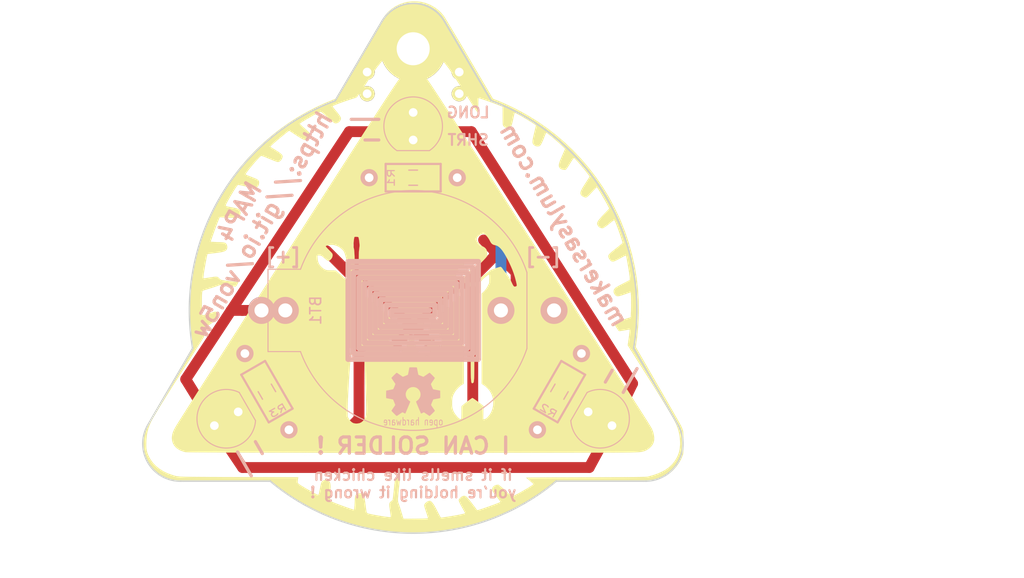
<source format=kicad_pcb>
(kicad_pcb (version 4) (host pcbnew 4.0.6-e0-6349~53~ubuntu16.04.1)

  (general
    (links 17)
    (no_connects 0)
    (area 124.974637 71.588459 174.973189 120.625001)
    (thickness 1.6)
    (drawings 66)
    (tracks 64)
    (zones 0)
    (modules 14)
    (nets 6)
  )

  (page A4)
  (title_block
    (title MAP4)
    (date 2016-05-25)
    (rev 1)
    (company "Maker's Asylum")
    (comment 1 "Learn to Solder Maker's Asylum Badge")
  )

  (layers
    (0 F.Cu signal hide)
    (31 B.Cu signal hide)
    (32 B.Adhes user)
    (33 F.Adhes user)
    (34 B.Paste user)
    (35 F.Paste user)
    (36 B.SilkS user)
    (37 F.SilkS user hide)
    (38 B.Mask user)
    (39 F.Mask user)
    (40 Dwgs.User user)
    (41 Cmts.User user)
    (42 Eco1.User user)
    (43 Eco2.User user)
    (44 Edge.Cuts user)
    (45 Margin user)
    (46 B.CrtYd user)
    (47 F.CrtYd user)
    (48 B.Fab user)
    (49 F.Fab user)
  )

  (setup
    (last_trace_width 0.25)
    (user_trace_width 0.25)
    (user_trace_width 0.5)
    (user_trace_width 1)
    (trace_clearance 0.2)
    (zone_clearance 0.5)
    (zone_45_only no)
    (trace_min 0.2)
    (segment_width 0.5)
    (edge_width 0.15)
    (via_size 0.6)
    (via_drill 0.4)
    (via_min_size 0.4)
    (via_min_drill 0.3)
    (uvia_size 0.3)
    (uvia_drill 0.1)
    (uvias_allowed no)
    (uvia_min_size 0)
    (uvia_min_drill 0)
    (pcb_text_width 0.3)
    (pcb_text_size 1.5 1.5)
    (mod_edge_width 0.15)
    (mod_text_size 1 1)
    (mod_text_width 0.15)
    (pad_size 3.8 3.8)
    (pad_drill 0.508)
    (pad_to_mask_clearance 0.2)
    (aux_axis_origin 125 120.5)
    (grid_origin 125 120.5)
    (visible_elements FFFFEF7F)
    (pcbplotparams
      (layerselection 0x011f0_80000001)
      (usegerberextensions true)
      (usegerberattributes true)
      (excludeedgelayer true)
      (linewidth 0.050800)
      (plotframeref false)
      (viasonmask false)
      (mode 1)
      (useauxorigin false)
      (hpglpennumber 1)
      (hpglpenspeed 20)
      (hpglpendiameter 15)
      (hpglpenoverlay 2)
      (psnegative false)
      (psa4output false)
      (plotreference true)
      (plotvalue true)
      (plotinvisibletext false)
      (padsonsilk false)
      (subtractmaskfromsilk true)
      (outputformat 1)
      (mirror false)
      (drillshape 0)
      (scaleselection 1)
      (outputdirectory gerber/))
  )

  (net 0 "")
  (net 1 /3V)
  (net 2 /GND)
  (net 3 /LED_red)
  (net 4 /LED_grn)
  (net 5 /LED_blu)

  (net_class Default "This is the default net class."
    (clearance 0.2)
    (trace_width 0.25)
    (via_dia 0.6)
    (via_drill 0.4)
    (uvia_dia 0.3)
    (uvia_drill 0.1)
  )

  (net_class 0.5 ""
    (clearance 0.2)
    (trace_width 0.5)
    (via_dia 0.6)
    (via_drill 0.4)
    (uvia_dia 0.3)
    (uvia_drill 0.1)
  )

  (net_class 1.0 ""
    (clearance 0.2)
    (trace_width 1)
    (via_dia 0.6)
    (via_drill 0.4)
    (uvia_dia 0.3)
    (uvia_drill 0.1)
    (add_net /3V)
    (add_net /GND)
    (add_net /LED_blu)
    (add_net /LED_grn)
    (add_net /LED_red)
  )

  (module map4_fp:MTG_3mm (layer F.Cu) (tedit 56D2C3FB) (tstamp 57444925)
    (at 150 75.85)
    (path /57444D7F)
    (fp_text reference P2 (at 0 1.27) (layer F.SilkS) hide
      (effects (font (size 1 1) (thickness 0.15)))
    )
    (fp_text value Pin (at 0 -1.27) (layer F.SilkS) hide
      (effects (font (size 1 1) (thickness 0.15)))
    )
    (pad 1 thru_hole circle (at 0 0) (size 6.096 6.096) (drill 3.048) (layers *.Cu *.Mask F.SilkS))
  )

  (module map4_fp:r_0805 (layer B.Cu) (tedit 574574FE) (tstamp 57444929)
    (at 150 87.75)
    (descr "SMT capacitor, 0805")
    (path /57443D6C)
    (attr smd)
    (fp_text reference R1 (at -2.032 0 270) (layer B.SilkS)
      (effects (font (size 0.635 0.889) (thickness 0.1143)) (justify mirror))
    )
    (fp_text value 10E (at 0 -1.7145) (layer B.SilkS) hide
      (effects (font (size 0.762 0.762) (thickness 0.1143)) (justify mirror))
    )
    (fp_line (start -2.54 1.27) (end -2.54 -1.27) (layer B.SilkS) (width 0.2032))
    (fp_line (start -2.54 -1.27) (end 2.54 -1.27) (layer B.SilkS) (width 0.2032))
    (fp_line (start 2.54 -1.27) (end 2.54 1.27) (layer B.SilkS) (width 0.2032))
    (fp_line (start 2.54 1.27) (end -2.54 1.27) (layer B.SilkS) (width 0.2032))
    (fp_line (start 0.4 -0.7) (end -0.4 -0.7) (layer B.SilkS) (width 0.127))
    (fp_line (start -0.4 0.7) (end 0.4 0.7) (layer B.SilkS) (width 0.127))
    (pad 2 smd rect (at 0.95 0) (size 1 1.45) (layers B.Cu B.Paste B.Mask)
      (net 3 /LED_red))
    (pad 1 smd rect (at -0.95 0) (size 1 1.45) (layers B.Cu B.Paste B.Mask)
      (net 2 /GND))
    (pad 2 thru_hole circle (at 4.064 0) (size 1.6 1.6) (drill 0.8) (layers *.Cu *.Mask B.SilkS)
      (net 3 /LED_red))
    (pad 1 thru_hole circle (at -4.064 0) (size 1.6 1.6) (drill 0.8) (layers *.Cu *.Mask B.SilkS)
      (net 2 /GND))
    (model resistor_7_62mm.wrl
      (at (xyz 0 0 0))
      (scale (xyz 1 1 1))
      (rotate (xyz 0 0 0))
    )
  )

  (module map4_fp:r_0805 (layer B.Cu) (tedit 574574FE) (tstamp 57444943)
    (at 136.5 107.5 120)
    (descr "SMT capacitor, 0805")
    (path /57443E83)
    (attr smd)
    (fp_text reference R3 (at -2.032 0 390) (layer B.SilkS)
      (effects (font (size 0.635 0.889) (thickness 0.1143)) (justify mirror))
    )
    (fp_text value 10E (at 0 -1.7145 120) (layer B.SilkS) hide
      (effects (font (size 0.762 0.762) (thickness 0.1143)) (justify mirror))
    )
    (fp_line (start -2.54 1.27) (end -2.54 -1.27) (layer B.SilkS) (width 0.2032))
    (fp_line (start -2.54 -1.27) (end 2.54 -1.27) (layer B.SilkS) (width 0.2032))
    (fp_line (start 2.54 -1.27) (end 2.54 1.27) (layer B.SilkS) (width 0.2032))
    (fp_line (start 2.54 1.27) (end -2.54 1.27) (layer B.SilkS) (width 0.2032))
    (fp_line (start 0.4 -0.7) (end -0.4 -0.7) (layer B.SilkS) (width 0.127))
    (fp_line (start -0.4 0.7) (end 0.4 0.7) (layer B.SilkS) (width 0.127))
    (pad 2 smd rect (at 0.95 0 120) (size 1 1.45) (layers B.Cu B.Paste B.Mask)
      (net 5 /LED_blu))
    (pad 1 smd rect (at -0.95 0 120) (size 1 1.45) (layers B.Cu B.Paste B.Mask)
      (net 2 /GND))
    (pad 2 thru_hole circle (at 4.064 0 120) (size 1.6 1.6) (drill 0.8) (layers *.Cu *.Mask B.SilkS)
      (net 5 /LED_blu))
    (pad 1 thru_hole circle (at -4.064 0 120) (size 1.6 1.6) (drill 0.8) (layers *.Cu *.Mask B.SilkS)
      (net 2 /GND))
    (model resistor_7_62mm.wrl
      (at (xyz 0 0 0))
      (scale (xyz 1 1 1))
      (rotate (xyz 0 0 0))
    )
  )

  (module map4_fp:r_0805 (layer B.Cu) (tedit 574574FE) (tstamp 57444936)
    (at 163.5 107.5 60)
    (descr "SMT capacitor, 0805")
    (path /57443E35)
    (attr smd)
    (fp_text reference R2 (at -2.032 0 330) (layer B.SilkS)
      (effects (font (size 0.635 0.889) (thickness 0.1143)) (justify mirror))
    )
    (fp_text value 10E (at 0 -1.7145 60) (layer B.SilkS) hide
      (effects (font (size 0.762 0.762) (thickness 0.1143)) (justify mirror))
    )
    (fp_line (start -2.54 1.27) (end -2.54 -1.27) (layer B.SilkS) (width 0.2032))
    (fp_line (start -2.54 -1.27) (end 2.54 -1.27) (layer B.SilkS) (width 0.2032))
    (fp_line (start 2.54 -1.27) (end 2.54 1.27) (layer B.SilkS) (width 0.2032))
    (fp_line (start 2.54 1.27) (end -2.54 1.27) (layer B.SilkS) (width 0.2032))
    (fp_line (start 0.4 -0.7) (end -0.4 -0.7) (layer B.SilkS) (width 0.127))
    (fp_line (start -0.4 0.7) (end 0.4 0.7) (layer B.SilkS) (width 0.127))
    (pad 2 smd rect (at 0.95 0 60) (size 1 1.45) (layers B.Cu B.Paste B.Mask)
      (net 4 /LED_grn))
    (pad 1 smd rect (at -0.95 0 60) (size 1 1.45) (layers B.Cu B.Paste B.Mask)
      (net 2 /GND))
    (pad 2 thru_hole circle (at 4.064 0 60) (size 1.6 1.6) (drill 0.8) (layers *.Cu *.Mask B.SilkS)
      (net 4 /LED_grn))
    (pad 1 thru_hole circle (at -4.064 0 60) (size 1.6 1.6) (drill 0.8) (layers *.Cu *.Mask B.SilkS)
      (net 2 /GND))
    (model resistor_7_62mm.wrl
      (at (xyz 0 0 0))
      (scale (xyz 1 1 1))
      (rotate (xyz 0 0 0))
    )
  )

  (module map4_fp:Logo_silk_OSHW_6x6mm (layer B.Cu) (tedit 574577D1) (tstamp 5745DB37)
    (at 150 107.5 180)
    (descr "Open Hardware Logo, 6x6mm")
    (path /57444ACD)
    (fp_text reference LOGO1 (at 0 0 180) (layer B.SilkS) hide
      (effects (font (size 0.22606 0.22606) (thickness 0.04318)) (justify mirror))
    )
    (fp_text value OPEN_HARDWARE_1 (at 0 -0.3 180) (layer B.SilkS) hide
      (effects (font (size 0.22606 0.22606) (thickness 0.04318)) (justify mirror))
    )
    (fp_line (start 2.16 -2.62) (end 2.16 -3.08) (layer B.SilkS) (width 0.075))
    (fp_line (start 2.25 -2.62) (end 2.3 -2.62) (layer B.SilkS) (width 0.075))
    (fp_line (start 2.2 -2.65) (end 2.25 -2.62) (layer B.SilkS) (width 0.075))
    (fp_line (start 2.18 -2.67) (end 2.2 -2.65) (layer B.SilkS) (width 0.075))
    (fp_line (start 2.16 -2.74) (end 2.18 -2.67) (layer B.SilkS) (width 0.075))
    (fp_line (start 2.6 -3.08) (end 2.65 -3.05) (layer B.SilkS) (width 0.075))
    (fp_line (start 2.5 -3.08) (end 2.6 -3.08) (layer B.SilkS) (width 0.075))
    (fp_line (start 2.46 -3.05) (end 2.5 -3.08) (layer B.SilkS) (width 0.075))
    (fp_line (start 2.44 -2.98) (end 2.46 -3.05) (layer B.SilkS) (width 0.075))
    (fp_line (start 2.44 -2.71) (end 2.44 -2.98) (layer B.SilkS) (width 0.075))
    (fp_line (start 2.47 -2.65) (end 2.44 -2.71) (layer B.SilkS) (width 0.075))
    (fp_line (start 2.51 -2.62) (end 2.47 -2.65) (layer B.SilkS) (width 0.075))
    (fp_line (start 2.61 -2.62) (end 2.51 -2.62) (layer B.SilkS) (width 0.075))
    (fp_line (start 2.65 -2.66) (end 2.61 -2.62) (layer B.SilkS) (width 0.075))
    (fp_line (start 2.67 -2.73) (end 2.65 -2.66) (layer B.SilkS) (width 0.075))
    (fp_line (start 2.67 -2.85) (end 2.67 -2.73) (layer B.SilkS) (width 0.075))
    (fp_line (start 2.67 -2.85) (end 2.44 -2.85) (layer B.SilkS) (width 0.075))
    (fp_line (start 1.92 -2.71) (end 1.92 -3.08) (layer B.SilkS) (width 0.075))
    (fp_line (start 1.89 -2.65) (end 1.92 -2.71) (layer B.SilkS) (width 0.075))
    (fp_line (start 1.85 -2.62) (end 1.89 -2.65) (layer B.SilkS) (width 0.075))
    (fp_line (start 1.75 -2.62) (end 1.85 -2.62) (layer B.SilkS) (width 0.075))
    (fp_line (start 1.7 -2.65) (end 1.75 -2.62) (layer B.SilkS) (width 0.075))
    (fp_line (start 1.76 -2.81) (end 1.71 -2.84) (layer B.SilkS) (width 0.075))
    (fp_line (start 1.88 -2.81) (end 1.76 -2.81) (layer B.SilkS) (width 0.075))
    (fp_line (start 1.92 -2.78) (end 1.88 -2.81) (layer B.SilkS) (width 0.075))
    (fp_line (start 1.87 -3.08) (end 1.92 -3.04) (layer B.SilkS) (width 0.075))
    (fp_line (start 1.75 -3.08) (end 1.87 -3.08) (layer B.SilkS) (width 0.075))
    (fp_line (start 1.7 -3.04) (end 1.75 -3.08) (layer B.SilkS) (width 0.075))
    (fp_line (start 1.68 -2.98) (end 1.7 -3.04) (layer B.SilkS) (width 0.075))
    (fp_line (start 1.68 -2.91) (end 1.68 -2.98) (layer B.SilkS) (width 0.075))
    (fp_line (start 1.71 -2.84) (end 1.68 -2.91) (layer B.SilkS) (width 0.075))
    (fp_line (start 1.13 -2.62) (end 1.23 -3.08) (layer B.SilkS) (width 0.075))
    (fp_line (start 1.23 -3.08) (end 1.32 -2.74) (layer B.SilkS) (width 0.075))
    (fp_line (start 1.32 -2.74) (end 1.42 -3.08) (layer B.SilkS) (width 0.075))
    (fp_line (start 1.42 -3.08) (end 1.52 -2.62) (layer B.SilkS) (width 0.075))
    (fp_line (start 0.94 -3.05) (end 0.9 -3.08) (layer B.SilkS) (width 0.075))
    (fp_line (start 0.9 -3.08) (end 0.79 -3.08) (layer B.SilkS) (width 0.075))
    (fp_line (start 0.79 -3.08) (end 0.75 -3.05) (layer B.SilkS) (width 0.075))
    (fp_line (start 0.75 -3.05) (end 0.73 -3.02) (layer B.SilkS) (width 0.075))
    (fp_line (start 0.73 -3.02) (end 0.7 -2.95) (layer B.SilkS) (width 0.075))
    (fp_line (start 0.7 -2.95) (end 0.7 -2.75) (layer B.SilkS) (width 0.075))
    (fp_line (start 0.7 -2.75) (end 0.73 -2.68) (layer B.SilkS) (width 0.075))
    (fp_line (start 0.73 -2.68) (end 0.75 -2.65) (layer B.SilkS) (width 0.075))
    (fp_line (start 0.75 -2.65) (end 0.81 -2.61) (layer B.SilkS) (width 0.075))
    (fp_line (start 0.81 -2.61) (end 0.88 -2.61) (layer B.SilkS) (width 0.075))
    (fp_line (start 0.88 -2.61) (end 0.94 -2.65) (layer B.SilkS) (width 0.075))
    (fp_line (start 0.94 -2.38) (end 0.94 -3.08) (layer B.SilkS) (width 0.075))
    (fp_line (start 0.42 -2.74) (end 0.44 -2.67) (layer B.SilkS) (width 0.075))
    (fp_line (start 0.44 -2.67) (end 0.46 -2.65) (layer B.SilkS) (width 0.075))
    (fp_line (start 0.46 -2.65) (end 0.51 -2.62) (layer B.SilkS) (width 0.075))
    (fp_line (start 0.51 -2.62) (end 0.56 -2.62) (layer B.SilkS) (width 0.075))
    (fp_line (start 0.42 -2.62) (end 0.42 -3.08) (layer B.SilkS) (width 0.075))
    (fp_line (start -0.03 -2.84) (end -0.06 -2.91) (layer B.SilkS) (width 0.075))
    (fp_line (start -0.06 -2.91) (end -0.06 -2.98) (layer B.SilkS) (width 0.075))
    (fp_line (start -0.06 -2.98) (end -0.04 -3.04) (layer B.SilkS) (width 0.075))
    (fp_line (start -0.04 -3.04) (end 0.01 -3.08) (layer B.SilkS) (width 0.075))
    (fp_line (start 0.01 -3.08) (end 0.13 -3.08) (layer B.SilkS) (width 0.075))
    (fp_line (start 0.13 -3.08) (end 0.18 -3.04) (layer B.SilkS) (width 0.075))
    (fp_line (start 0.18 -2.78) (end 0.14 -2.81) (layer B.SilkS) (width 0.075))
    (fp_line (start 0.14 -2.81) (end 0.02 -2.81) (layer B.SilkS) (width 0.075))
    (fp_line (start 0.02 -2.81) (end -0.03 -2.84) (layer B.SilkS) (width 0.075))
    (fp_line (start -0.04 -2.65) (end 0.01 -2.62) (layer B.SilkS) (width 0.075))
    (fp_line (start 0.01 -2.62) (end 0.11 -2.62) (layer B.SilkS) (width 0.075))
    (fp_line (start 0.11 -2.62) (end 0.15 -2.65) (layer B.SilkS) (width 0.075))
    (fp_line (start 0.15 -2.65) (end 0.18 -2.71) (layer B.SilkS) (width 0.075))
    (fp_line (start 0.18 -2.71) (end 0.18 -3.08) (layer B.SilkS) (width 0.075))
    (fp_line (start -0.49 -2.69) (end -0.47 -2.65) (layer B.SilkS) (width 0.075))
    (fp_line (start -0.47 -2.65) (end -0.42 -2.62) (layer B.SilkS) (width 0.075))
    (fp_line (start -0.42 -2.62) (end -0.34 -2.62) (layer B.SilkS) (width 0.075))
    (fp_line (start -0.34 -2.62) (end -0.3 -2.65) (layer B.SilkS) (width 0.075))
    (fp_line (start -0.3 -2.65) (end -0.28 -2.71) (layer B.SilkS) (width 0.075))
    (fp_line (start -0.28 -2.71) (end -0.28 -3.08) (layer B.SilkS) (width 0.075))
    (fp_line (start -0.49 -2.38) (end -0.49 -3.08) (layer B.SilkS) (width 0.075))
    (fp_line (start -1.54 -2.85) (end -1.77 -2.85) (layer B.SilkS) (width 0.075))
    (fp_line (start -1.32 -2.68) (end -1.3 -2.65) (layer B.SilkS) (width 0.075))
    (fp_line (start -1.3 -2.65) (end -1.26 -2.62) (layer B.SilkS) (width 0.075))
    (fp_line (start -1.26 -2.62) (end -1.17 -2.62) (layer B.SilkS) (width 0.075))
    (fp_line (start -1.17 -2.62) (end -1.13 -2.65) (layer B.SilkS) (width 0.075))
    (fp_line (start -1.13 -2.65) (end -1.11 -2.71) (layer B.SilkS) (width 0.075))
    (fp_line (start -1.11 -2.71) (end -1.11 -3.08) (layer B.SilkS) (width 0.075))
    (fp_line (start -1.32 -2.62) (end -1.32 -3.08) (layer B.SilkS) (width 0.075))
    (fp_line (start -1.54 -2.85) (end -1.54 -2.73) (layer B.SilkS) (width 0.075))
    (fp_line (start -1.54 -2.73) (end -1.56 -2.66) (layer B.SilkS) (width 0.075))
    (fp_line (start -1.56 -2.66) (end -1.6 -2.62) (layer B.SilkS) (width 0.075))
    (fp_line (start -1.6 -2.62) (end -1.7 -2.62) (layer B.SilkS) (width 0.075))
    (fp_line (start -1.7 -2.62) (end -1.74 -2.65) (layer B.SilkS) (width 0.075))
    (fp_line (start -1.74 -2.65) (end -1.77 -2.71) (layer B.SilkS) (width 0.075))
    (fp_line (start -1.77 -2.71) (end -1.77 -2.98) (layer B.SilkS) (width 0.075))
    (fp_line (start -1.77 -2.98) (end -1.75 -3.05) (layer B.SilkS) (width 0.075))
    (fp_line (start -1.75 -3.05) (end -1.71 -3.08) (layer B.SilkS) (width 0.075))
    (fp_line (start -1.71 -3.08) (end -1.61 -3.08) (layer B.SilkS) (width 0.075))
    (fp_line (start -1.61 -3.08) (end -1.56 -3.05) (layer B.SilkS) (width 0.075))
    (fp_line (start -2.2 -2.65) (end -2.16 -2.62) (layer B.SilkS) (width 0.075))
    (fp_line (start -2.16 -2.62) (end -2.06 -2.62) (layer B.SilkS) (width 0.075))
    (fp_line (start -2.06 -2.62) (end -2.02 -2.65) (layer B.SilkS) (width 0.075))
    (fp_line (start -2.02 -2.65) (end -1.99 -2.68) (layer B.SilkS) (width 0.075))
    (fp_line (start -1.99 -2.68) (end -1.97 -2.74) (layer B.SilkS) (width 0.075))
    (fp_line (start -1.97 -2.74) (end -1.97 -2.96) (layer B.SilkS) (width 0.075))
    (fp_line (start -1.97 -2.96) (end -1.99 -3.02) (layer B.SilkS) (width 0.075))
    (fp_line (start -1.99 -3.02) (end -2.01 -3.05) (layer B.SilkS) (width 0.075))
    (fp_line (start -2.01 -3.05) (end -2.05 -3.08) (layer B.SilkS) (width 0.075))
    (fp_line (start -2.05 -3.08) (end -2.15 -3.08) (layer B.SilkS) (width 0.075))
    (fp_line (start -2.15 -3.08) (end -2.2 -3.05) (layer B.SilkS) (width 0.075))
    (fp_line (start -2.2 -3.32) (end -2.2 -2.62) (layer B.SilkS) (width 0.075))
    (fp_line (start -2.51 -2.62) (end -2.59 -2.62) (layer B.SilkS) (width 0.075))
    (fp_line (start -2.59 -2.62) (end -2.63 -2.65) (layer B.SilkS) (width 0.075))
    (fp_line (start -2.63 -2.65) (end -2.65 -2.68) (layer B.SilkS) (width 0.075))
    (fp_line (start -2.65 -2.68) (end -2.68 -2.75) (layer B.SilkS) (width 0.075))
    (fp_line (start -2.59 -3.08) (end -2.51 -3.08) (layer B.SilkS) (width 0.075))
    (fp_line (start -2.51 -3.08) (end -2.46 -3.05) (layer B.SilkS) (width 0.075))
    (fp_line (start -2.46 -3.05) (end -2.44 -3.02) (layer B.SilkS) (width 0.075))
    (fp_line (start -2.44 -3.02) (end -2.42 -2.95) (layer B.SilkS) (width 0.075))
    (fp_line (start -2.42 -2.95) (end -2.42 -2.75) (layer B.SilkS) (width 0.075))
    (fp_line (start -2.42 -2.75) (end -2.44 -2.69) (layer B.SilkS) (width 0.075))
    (fp_line (start -2.44 -2.69) (end -2.46 -2.66) (layer B.SilkS) (width 0.075))
    (fp_line (start -2.46 -2.66) (end -2.51 -2.62) (layer B.SilkS) (width 0.075))
    (fp_line (start -2.68 -2.75) (end -2.68 -2.95) (layer B.SilkS) (width 0.075))
    (fp_line (start -2.68 -2.95) (end -2.66 -3.01) (layer B.SilkS) (width 0.075))
    (fp_line (start -2.66 -3.01) (end -2.64 -3.04) (layer B.SilkS) (width 0.075))
    (fp_line (start -2.64 -3.04) (end -2.59 -3.08) (layer B.SilkS) (width 0.075))
    (fp_poly (pts (xy -1.51384 -2.24536) (xy -1.48844 -2.23012) (xy -1.43002 -2.19456) (xy -1.3462 -2.13868)
      (xy -1.24714 -2.07264) (xy -1.14808 -2.0066) (xy -1.0668 -1.95326) (xy -1.01092 -1.91516)
      (xy -0.98552 -1.90246) (xy -0.97282 -1.90754) (xy -0.9271 -1.9304) (xy -0.85852 -1.96596)
      (xy -0.81788 -1.98628) (xy -0.75692 -2.01168) (xy -0.7239 -2.0193) (xy -0.71882 -2.00914)
      (xy -0.69596 -1.96088) (xy -0.6604 -1.8796) (xy -0.61468 -1.77038) (xy -0.5588 -1.64338)
      (xy -0.50292 -1.50876) (xy -0.4445 -1.36906) (xy -0.38862 -1.23444) (xy -0.34036 -1.11506)
      (xy -0.29972 -1.01854) (xy -0.27432 -0.94996) (xy -0.26416 -0.92202) (xy -0.2667 -0.9144)
      (xy -0.29972 -0.88392) (xy -0.35306 -0.84328) (xy -0.47244 -0.74676) (xy -0.58928 -0.60198)
      (xy -0.6604 -0.43688) (xy -0.68326 -0.25146) (xy -0.66294 -0.08128) (xy -0.5969 0.08128)
      (xy -0.4826 0.2286) (xy -0.3429 0.33782) (xy -0.18034 0.4064) (xy 0 0.42926)
      (xy 0.17272 0.40894) (xy 0.34036 0.3429) (xy 0.48768 0.23114) (xy 0.55118 0.16002)
      (xy 0.63754 0.01016) (xy 0.6858 -0.14732) (xy 0.69088 -0.18796) (xy 0.68326 -0.36322)
      (xy 0.63246 -0.5334) (xy 0.53848 -0.68326) (xy 0.40894 -0.80772) (xy 0.3937 -0.81788)
      (xy 0.33528 -0.8636) (xy 0.29464 -0.89408) (xy 0.26416 -0.91948) (xy 0.48768 -1.45796)
      (xy 0.52324 -1.54178) (xy 0.5842 -1.6891) (xy 0.63754 -1.8161) (xy 0.68072 -1.9177)
      (xy 0.7112 -1.98374) (xy 0.7239 -2.01168) (xy 0.7239 -2.01422) (xy 0.74422 -2.01676)
      (xy 0.78486 -2.00152) (xy 0.86106 -1.96596) (xy 0.90932 -1.94056) (xy 0.96774 -1.91262)
      (xy 0.99314 -1.90246) (xy 1.016 -1.91516) (xy 1.06934 -1.95072) (xy 1.15062 -2.00406)
      (xy 1.24714 -2.06756) (xy 1.33858 -2.13106) (xy 1.4224 -2.18694) (xy 1.48336 -2.22504)
      (xy 1.51384 -2.24282) (xy 1.51892 -2.24282) (xy 1.54432 -2.22758) (xy 1.59258 -2.18694)
      (xy 1.66624 -2.11836) (xy 1.77038 -2.01422) (xy 1.78562 -1.99898) (xy 1.87198 -1.91262)
      (xy 1.94056 -1.83896) (xy 1.98628 -1.78816) (xy 2.00406 -1.7653) (xy 2.00406 -1.7653)
      (xy 1.98882 -1.73482) (xy 1.95072 -1.67386) (xy 1.89484 -1.5875) (xy 1.82626 -1.48844)
      (xy 1.64846 -1.22936) (xy 1.74498 -0.98552) (xy 1.77546 -0.90932) (xy 1.81356 -0.82042)
      (xy 1.8415 -0.75438) (xy 1.85674 -0.72644) (xy 1.88214 -0.71628) (xy 1.95072 -0.70104)
      (xy 2.04724 -0.68072) (xy 2.16154 -0.6604) (xy 2.2733 -0.64008) (xy 2.37236 -0.61976)
      (xy 2.44348 -0.60706) (xy 2.4765 -0.59944) (xy 2.48412 -0.59436) (xy 2.49174 -0.57912)
      (xy 2.49428 -0.5461) (xy 2.49682 -0.48514) (xy 2.49936 -0.39116) (xy 2.49936 -0.25146)
      (xy 2.49936 -0.23622) (xy 2.49682 -0.10668) (xy 2.49428 0) (xy 2.49174 0.06604)
      (xy 2.48666 0.09398) (xy 2.48666 0.09398) (xy 2.45618 0.1016) (xy 2.38506 0.11684)
      (xy 2.286 0.13462) (xy 2.16662 0.15748) (xy 2.159 0.16002) (xy 2.04216 0.18288)
      (xy 1.9431 0.2032) (xy 1.87198 0.21844) (xy 1.84404 0.2286) (xy 1.83642 0.23622)
      (xy 1.81356 0.28194) (xy 1.78054 0.3556) (xy 1.7399 0.4445) (xy 1.7018 0.53848)
      (xy 1.66878 0.6223) (xy 1.64592 0.68326) (xy 1.6383 0.7112) (xy 1.64084 0.71374)
      (xy 1.65862 0.74168) (xy 1.69926 0.80264) (xy 1.75514 0.88646) (xy 1.82372 0.98806)
      (xy 1.8288 0.99568) (xy 1.89738 1.09474) (xy 1.95326 1.1811) (xy 1.98882 1.23952)
      (xy 2.00406 1.26746) (xy 2.00406 1.27) (xy 1.9812 1.30048) (xy 1.9304 1.35636)
      (xy 1.85674 1.43256) (xy 1.77038 1.52146) (xy 1.74244 1.54686) (xy 1.64338 1.64338)
      (xy 1.57734 1.70434) (xy 1.53416 1.73736) (xy 1.51384 1.74498) (xy 1.51384 1.74498)
      (xy 1.48336 1.7272) (xy 1.41986 1.68656) (xy 1.33604 1.62814) (xy 1.23444 1.55956)
      (xy 1.22682 1.55448) (xy 1.12776 1.4859) (xy 1.04394 1.43002) (xy 0.98552 1.38938)
      (xy 0.95758 1.37414) (xy 0.95504 1.37414) (xy 0.9144 1.38684) (xy 0.84328 1.41224)
      (xy 0.75438 1.44526) (xy 0.66294 1.48336) (xy 0.57912 1.51892) (xy 0.51562 1.54686)
      (xy 0.48514 1.56464) (xy 0.48514 1.56464) (xy 0.47498 1.6002) (xy 0.4572 1.6764)
      (xy 0.43688 1.778) (xy 0.41148 1.89992) (xy 0.40894 1.92024) (xy 0.38608 2.03962)
      (xy 0.3683 2.13868) (xy 0.35306 2.20726) (xy 0.34544 2.2352) (xy 0.3302 2.23774)
      (xy 0.27178 2.24282) (xy 0.18288 2.24536) (xy 0.07366 2.24536) (xy -0.0381 2.24536)
      (xy -0.14732 2.24282) (xy -0.2413 2.24028) (xy -0.30988 2.2352) (xy -0.33782 2.23012)
      (xy -0.33782 2.22758) (xy -0.34798 2.18948) (xy -0.36576 2.11582) (xy -0.38608 2.01168)
      (xy -0.40894 1.88976) (xy -0.41402 1.8669) (xy -0.43688 1.75006) (xy -0.4572 1.651)
      (xy -0.4699 1.58496) (xy -0.47752 1.55702) (xy -0.49022 1.55194) (xy -0.53848 1.53162)
      (xy -0.61722 1.4986) (xy -0.71628 1.45796) (xy -0.94488 1.36652) (xy -1.22682 1.55702)
      (xy -1.25222 1.5748) (xy -1.35382 1.64338) (xy -1.4351 1.69926) (xy -1.49352 1.73736)
      (xy -1.51638 1.75006) (xy -1.51892 1.75006) (xy -1.54686 1.72466) (xy -1.60274 1.67132)
      (xy -1.67894 1.59766) (xy -1.76784 1.5113) (xy -1.83134 1.44526) (xy -1.91008 1.36652)
      (xy -1.95834 1.31318) (xy -1.98628 1.28016) (xy -1.9939 1.25984) (xy -1.99136 1.2446)
      (xy -1.97358 1.21666) (xy -1.93294 1.1557) (xy -1.87452 1.06934) (xy -1.80594 0.97028)
      (xy -1.75006 0.88646) (xy -1.6891 0.79248) (xy -1.651 0.72644) (xy -1.63576 0.69342)
      (xy -1.64084 0.68072) (xy -1.65862 0.62484) (xy -1.69418 0.54102) (xy -1.73482 0.44196)
      (xy -1.83388 0.22098) (xy -1.97866 0.19304) (xy -2.06756 0.17526) (xy -2.18948 0.1524)
      (xy -2.30886 0.12954) (xy -2.49174 0.09398) (xy -2.49936 -0.58166) (xy -2.47142 -0.59436)
      (xy -2.44348 -0.60198) (xy -2.3749 -0.61722) (xy -2.27838 -0.63754) (xy -2.16154 -0.65786)
      (xy -2.06502 -0.67564) (xy -1.96596 -0.69596) (xy -1.89484 -0.70866) (xy -1.86436 -0.71628)
      (xy -1.8542 -0.72644) (xy -1.83134 -0.7747) (xy -1.79578 -0.8509) (xy -1.75514 -0.94234)
      (xy -1.71704 -1.03632) (xy -1.68148 -1.12522) (xy -1.65862 -1.19126) (xy -1.64846 -1.22428)
      (xy -1.66116 -1.25222) (xy -1.69926 -1.31064) (xy -1.7526 -1.39192) (xy -1.82118 -1.49098)
      (xy -1.88722 -1.5875) (xy -1.94564 -1.67132) (xy -1.98374 -1.73228) (xy -2.00152 -1.76022)
      (xy -1.99136 -1.778) (xy -1.95326 -1.82626) (xy -1.8796 -1.90246) (xy -1.76784 -2.01168)
      (xy -1.75006 -2.02946) (xy -1.6637 -2.11328) (xy -1.59004 -2.18186) (xy -1.5367 -2.22758)
      (xy -1.51384 -2.24536)) (layer B.SilkS) (width 0.00254))
  )

  (module map4_fp:MTG_0mm8 (layer F.Cu) (tedit 57457824) (tstamp 574640BD)
    (at 145.75 80)
    (path /574578C5)
    (fp_text reference P3 (at 0 1.27) (layer F.SilkS) hide
      (effects (font (size 1 1) (thickness 0.15)))
    )
    (fp_text value Pin (at 0 -1.27) (layer F.SilkS) hide
      (effects (font (size 1 1) (thickness 0.15)))
    )
    (pad 1 thru_hole circle (at 0 0) (size 1.4 1.4) (drill 0.8) (layers *.Cu *.Mask F.SilkS))
  )

  (module map4_fp:MTG_0mm8 (layer F.Cu) (tedit 57457824) (tstamp 574640C2)
    (at 145.75 78)
    (path /574578FE)
    (fp_text reference P4 (at 0 1.27) (layer F.SilkS) hide
      (effects (font (size 1 1) (thickness 0.15)))
    )
    (fp_text value Pin (at 0 -1.27) (layer F.SilkS) hide
      (effects (font (size 1 1) (thickness 0.15)))
    )
    (pad 1 thru_hole circle (at 0 0) (size 1.4 1.4) (drill 0.8) (layers *.Cu *.Mask F.SilkS))
  )

  (module map4_fp:MTG_0mm8 (layer F.Cu) (tedit 57457824) (tstamp 574640C7)
    (at 154.25 80)
    (path /57457995)
    (fp_text reference P5 (at 0 1.27) (layer F.SilkS) hide
      (effects (font (size 1 1) (thickness 0.15)))
    )
    (fp_text value Pin (at 0 -1.27) (layer F.SilkS) hide
      (effects (font (size 1 1) (thickness 0.15)))
    )
    (pad 1 thru_hole circle (at 0 0) (size 1.4 1.4) (drill 0.8) (layers *.Cu *.Mask F.SilkS))
  )

  (module map4_fp:MTG_0mm8 (layer F.Cu) (tedit 57457824) (tstamp 574640CC)
    (at 154.25 78)
    (path /5745799C)
    (fp_text reference P6 (at 0 1.27) (layer F.SilkS) hide
      (effects (font (size 1 1) (thickness 0.15)))
    )
    (fp_text value Pin (at 0 -1.27) (layer F.SilkS) hide
      (effects (font (size 1 1) (thickness 0.15)))
    )
    (pad 1 thru_hole circle (at 0 0) (size 1.4 1.4) (drill 0.8) (layers *.Cu *.Mask F.SilkS))
  )

  (module map4_fp:cr2032_02 (layer B.Cu) (tedit 575D8118) (tstamp 575D840B)
    (at 150 100 90)
    (path /570F5FD9)
    (fp_text reference BT1 (at 0 -9 90) (layer B.SilkS)
      (effects (font (size 1 1) (thickness 0.15)) (justify mirror))
    )
    (fp_text value BATT_HOLDER (at 0 -7 90) (layer B.Fab)
      (effects (font (size 1 1) (thickness 0.15)) (justify mirror))
    )
    (fp_arc (start 0 0) (end -3.8 -10.4) (angle -141.4935155) (layer B.SilkS) (width 0.1016))
    (fp_arc (start 0 0) (end 3.5 10.5) (angle -141.4935253) (layer B.SilkS) (width 0.1016))
    (fp_line (start -3.8 -10.4) (end -3.8 -13.4) (layer B.SilkS) (width 0.1016))
    (fp_line (start -3.8 -13.4) (end 3.8 -13.4) (layer B.SilkS) (width 0.1016))
    (fp_line (start 3.8 -13.4) (end 3.8 -10.4) (layer B.SilkS) (width 0.1016))
    (fp_line (start -3.5 10.5) (end 3.5 10.5) (layer B.SilkS) (width 0.1016))
    (pad 2 thru_hole circle (at 0 8.1 90) (size 2.5 2.5) (drill 1.3) (layers *.Cu *.Mask B.SilkS)
      (net 2 /GND))
    (pad 1 thru_hole circle (at 0 -11.8 90) (size 2.5 2.5) (drill 1.3) (layers *.Cu *.Mask B.SilkS)
      (net 1 /3V))
    (pad 1 thru_hole circle (at 0 -14 90) (size 2.5 2.5) (drill 1.3) (layers *.Cu *.Mask B.SilkS)
      (net 1 /3V))
    (pad 2 thru_hole circle (at 0 13 90) (size 2.5 2.5) (drill 1.3) (layers *.Cu *.Mask B.SilkS)
      (net 2 /GND))
    (model CR2032_HOR_HOLD.wrl
      (at (xyz 0 0 0))
      (scale (xyz 1 1 1))
      (rotate (xyz 0 0 0))
    )
  )

  (module map4_fp:MA_LOGO8 (layer F.Cu) (tedit 575DA915) (tstamp 575D9D72)
    (at 150 96)
    (path /57444C89)
    (fp_text reference P1 (at 0 0) (layer F.SilkS) hide
      (effects (font (thickness 0.3)))
    )
    (fp_text value Logo_MA (at 0.75 0) (layer F.SilkS) hide
      (effects (font (thickness 0.3)))
    )
    (fp_poly (pts (xy 0.446994 -24.513848) (xy 0.677463 -24.487113) (xy 0.709493 -24.481507) (xy 1.125636 -24.377548)
      (xy 1.524145 -24.224393) (xy 1.899131 -24.025621) (xy 2.244709 -23.784807) (xy 2.554992 -23.505529)
      (xy 2.816548 -23.201428) (xy 2.849188 -23.152789) (xy 2.90869 -23.058304) (xy 2.993357 -22.920813)
      (xy 3.101493 -22.743155) (xy 3.231399 -22.52817) (xy 3.381378 -22.278699) (xy 3.549734 -21.997579)
      (xy 3.73477 -21.687653) (xy 3.934787 -21.351758) (xy 4.148089 -20.992735) (xy 4.372979 -20.613425)
      (xy 4.607759 -20.216665) (xy 4.850732 -19.805297) (xy 5.100202 -19.382161) (xy 5.172072 -19.260115)
      (xy 7.366202 -15.533229) (xy 7.683601 -15.411309) (xy 7.992744 -15.28745) (xy 8.335129 -15.1413)
      (xy 8.695652 -14.979705) (xy 9.059213 -14.809512) (xy 9.410711 -14.637567) (xy 9.581444 -14.550901)
      (xy 10.52833 -14.032001) (xy 11.444065 -13.466481) (xy 12.327177 -12.855738) (xy 13.176191 -12.201166)
      (xy 13.989634 -11.504159) (xy 14.766031 -10.766113) (xy 15.503909 -9.988422) (xy 16.201794 -9.172482)
      (xy 16.858212 -8.319686) (xy 17.47169 -7.43143) (xy 17.993504 -6.589889) (xy 18.131057 -6.348463)
      (xy 18.283889 -6.067364) (xy 18.445728 -5.759086) (xy 18.610299 -5.436123) (xy 18.771331 -5.11097)
      (xy 18.922551 -4.796122) (xy 19.057686 -4.504073) (xy 19.170463 -4.247317) (xy 19.175233 -4.23603)
      (xy 19.575238 -3.216252) (xy 19.920283 -2.184479) (xy 20.210212 -1.141916) (xy 20.44487 -0.089773)
      (xy 20.624099 0.970744) (xy 20.747744 2.038427) (xy 20.815647 3.112069) (xy 20.827654 4.190461)
      (xy 20.783608 5.272397) (xy 20.683351 6.356668) (xy 20.614392 6.883341) (xy 20.543921 7.374349)
      (xy 22.578602 10.899892) (xy 22.817915 11.314734) (xy 23.050601 11.718438) (xy 23.274982 12.108074)
      (xy 23.489376 12.480709) (xy 23.692104 12.833412) (xy 23.881486 13.16325) (xy 24.05584 13.467293)
      (xy 24.213487 13.742608) (xy 24.352747 13.986263) (xy 24.471938 14.195326) (xy 24.569382 14.366867)
      (xy 24.643398 14.497952) (xy 24.692305 14.58565) (xy 24.713112 14.624351) (xy 24.774721 14.756468)
      (xy 24.836552 14.904072) (xy 24.880692 15.022465) (xy 24.898776 15.077156) (xy 24.913317 15.128195)
      (xy 24.924703 15.182283) (xy 24.933319 15.246123) (xy 24.93955 15.326418) (xy 24.943783 15.429871)
      (xy 24.946403 15.563183) (xy 24.947796 15.733058) (xy 24.948348 15.946198) (xy 24.948444 16.199555)
      (xy 24.948342 16.460806) (xy 24.947776 16.67232) (xy 24.946358 16.840804) (xy 24.943701 16.972964)
      (xy 24.939416 17.075508) (xy 24.933114 17.155142) (xy 24.924409 17.218573) (xy 24.912911 17.27251)
      (xy 24.898232 17.323658) (xy 24.88025 17.377946) (xy 24.729243 17.741247) (xy 24.528566 18.095501)
      (xy 24.284979 18.430256) (xy 24.005238 18.73506) (xy 23.998728 18.74135) (xy 23.713158 18.992143)
      (xy 23.415912 19.20248) (xy 23.096554 19.378082) (xy 22.744647 19.524668) (xy 22.349753 19.647958)
      (xy 22.339207 19.6508) (xy 22.112111 19.711783) (xy 13.347343 19.728703) (xy 13.058949 19.962806)
      (xy 12.226064 20.602762) (xy 11.35903 21.198934) (xy 10.460726 21.750144) (xy 9.534025 22.255216)
      (xy 8.581805 22.71297) (xy 7.606941 23.122229) (xy 6.612308 23.481815) (xy 5.600783 23.79055)
      (xy 4.575241 24.047257) (xy 3.538558 24.250758) (xy 2.49361 24.399874) (xy 2.130778 24.438579)
      (xy 1.828872 24.463661) (xy 1.485869 24.484718) (xy 1.113115 24.501562) (xy 0.721957 24.514009)
      (xy 0.323743 24.521873) (xy -0.070181 24.524968) (xy -0.448466 24.523107) (xy -0.799766 24.516105)
      (xy -1.112734 24.503777) (xy -1.27 24.494269) (xy -2.346396 24.39105) (xy -3.411304 24.233731)
      (xy -4.462709 24.02309) (xy -5.498597 23.759908) (xy -6.516953 23.444963) (xy -7.515763 23.079034)
      (xy -8.493011 22.662901) (xy -9.446684 22.197344) (xy -10.374766 21.683141) (xy -11.275243 21.121072)
      (xy -12.146101 20.511917) (xy -12.735134 20.059396) (xy -13.151267 19.727333) (xy -17.451604 19.727333)
      (xy -18.038552 19.727275) (xy -18.571752 19.727083) (xy -19.053899 19.726732) (xy -19.48769 19.726198)
      (xy -19.87582 19.725455) (xy -20.220986 19.724477) (xy -20.525882 19.72324) (xy -20.793206 19.721718)
      (xy -21.025653 19.719885) (xy -21.225919 19.717718) (xy -21.3967 19.71519) (xy -21.540691 19.712277)
      (xy -21.66059 19.708952) (xy -21.759091 19.705191) (xy -21.838891 19.700969) (xy -21.902685 19.696261)
      (xy -21.95317 19.69104) (xy -21.993041 19.685283) (xy -21.995775 19.684812) (xy -22.431283 19.58127)
      (xy -22.842314 19.428306) (xy -23.225889 19.228686) (xy -23.579028 18.985178) (xy -23.898751 18.700548)
      (xy -24.182081 18.377564) (xy -24.426037 18.018994) (xy -24.627639 17.627603) (xy -24.78391 17.206161)
      (xy -24.826408 17.055666) (xy -24.853989 16.946476) (xy -24.874353 16.85309) (xy -24.888576 16.763681)
      (xy -24.897732 16.666419) (xy -24.902898 16.549478) (xy -24.904895 16.417714) (xy -24.634427 16.417714)
      (xy -24.628885 16.635096) (xy -24.611136 16.822091) (xy -24.579208 16.991424) (xy -24.531128 17.155821)
      (xy -24.464925 17.328006) (xy -24.438975 17.388229) (xy -24.252878 17.741855) (xy -24.01943 18.065808)
      (xy -23.739894 18.359095) (xy -23.415534 18.620719) (xy -23.047614 18.849687) (xy -22.6374 19.045004)
      (xy -22.186155 19.205675) (xy -22.09473 19.232532) (xy -22.037835 19.248718) (xy -21.984148 19.263586)
      (xy -21.931172 19.277199) (xy -21.876412 19.289616) (xy -21.817373 19.300897) (xy -21.751558 19.311103)
      (xy -21.676471 19.320295) (xy -21.589617 19.328532) (xy -21.4885 19.335877) (xy -21.370624 19.342388)
      (xy -21.233493 19.348126) (xy -21.074611 19.353152) (xy -20.891482 19.357527) (xy -20.681611 19.36131)
      (xy -20.442502 19.364562) (xy -20.171658 19.367344) (xy -19.866585 19.369716) (xy -19.524786 19.371739)
      (xy -19.143765 19.373472) (xy -18.721027 19.374977) (xy -18.254075 19.376314) (xy -17.740414 19.377544)
      (xy -17.177548 19.378726) (xy -16.562982 19.379921) (xy -15.963239 19.381059) (xy -10.604589 19.391243)
      (xy -10.623544 19.495788) (xy -10.63763 19.586731) (xy -10.652009 19.699715) (xy -10.658066 19.755555)
      (xy -10.664547 19.848083) (xy -10.656536 19.906258) (xy -10.628009 19.951531) (xy -10.593205 19.986469)
      (xy -10.530923 20.035855) (xy -10.429793 20.105095) (xy -10.296893 20.190159) (xy -10.1393 20.287016)
      (xy -9.964093 20.391637) (xy -9.778348 20.499991) (xy -9.589144 20.608047) (xy -9.403559 20.711775)
      (xy -9.228669 20.807145) (xy -9.071553 20.890126) (xy -8.939288 20.956688) (xy -8.838952 21.002801)
      (xy -8.777623 21.024434) (xy -8.768486 21.025555) (xy -8.749558 21.01963) (xy -8.731832 20.997562)
      (xy -8.713537 20.952907) (xy -8.692898 20.879224) (xy -8.668142 20.770071) (xy -8.637497 20.619006)
      (xy -8.59919 20.419588) (xy -8.593701 20.390555) (xy -8.562518 20.236546) (xy -8.529494 20.092191)
      (xy -8.498142 19.971723) (xy -8.471974 19.889374) (xy -8.467041 19.877286) (xy -8.389829 19.765488)
      (xy -8.280307 19.689883) (xy -8.150491 19.651719) (xy -8.012399 19.65224) (xy -7.878044 19.692695)
      (xy -7.759443 19.77433) (xy -7.733759 19.80121) (xy -7.691867 19.85929) (xy -7.660772 19.930061)
      (xy -7.639793 20.020678) (xy -7.628251 20.138295) (xy -7.625464 20.290067) (xy -7.630754 20.483148)
      (xy -7.64344 20.724693) (xy -7.644423 20.740914) (xy -7.65482 20.920015) (xy -7.663807 21.091325)
      (xy -7.670793 21.242222) (xy -7.675188 21.360087) (xy -7.676445 21.424629) (xy -7.676445 21.583301)
      (xy -7.443611 21.683248) (xy -7.283111 21.749652) (xy -7.081231 21.829294) (xy -6.850164 21.917631)
      (xy -6.6021 22.010118) (xy -6.349231 22.102213) (xy -6.103748 22.189371) (xy -5.877843 22.26705)
      (xy -5.870222 22.269615) (xy -5.461 22.407219) (xy -5.441222 22.344331) (xy -5.433989 22.297599)
      (xy -5.425412 22.204156) (xy -5.416168 22.073703) (xy -5.406934 21.915938) (xy -5.398386 21.74056)
      (xy -5.397198 21.713179) (xy -5.38723 21.499339) (xy -5.376276 21.33427) (xy -5.361946 21.210319)
      (xy -5.341848 21.119829) (xy -5.313591 21.055146) (xy -5.274783 21.008616) (xy -5.223034 20.972582)
      (xy -5.155953 20.939389) (xy -5.155411 20.939143) (xy -5.00207 20.892263) (xy -4.855445 20.889203)
      (xy -4.725849 20.927576) (xy -4.623597 21.004996) (xy -4.577828 21.072809) (xy -4.547276 21.139709)
      (xy -4.521 21.212755) (xy -4.497375 21.300016) (xy -4.474776 21.409564) (xy -4.451578 21.549468)
      (xy -4.426156 21.727798) (xy -4.396885 21.952624) (xy -4.390564 22.002784) (xy -4.367399 22.180205)
      (xy -4.344555 22.342366) (xy -4.323547 22.479451) (xy -4.305891 22.581642) (xy -4.293103 22.639124)
      (xy -4.291647 22.643418) (xy -4.243291 22.706899) (xy -4.156961 22.744666) (xy -4.006657 22.781862)
      (xy -3.827791 22.821262) (xy -3.627691 22.861703) (xy -3.413686 22.902021) (xy -3.193102 22.941053)
      (xy -2.973269 22.977636) (xy -2.761514 23.010607) (xy -2.565166 23.038802) (xy -2.391553 23.061059)
      (xy -2.248003 23.076214) (xy -2.141844 23.083104) (xy -2.080403 23.080566) (xy -2.069307 23.076047)
      (xy -2.065667 23.041861) (xy -2.070789 22.964055) (xy -2.083561 22.854583) (xy -2.100595 22.739394)
      (xy -2.141165 22.486742) (xy -2.172465 22.283148) (xy -2.194076 22.121924) (xy -2.205577 21.996384)
      (xy -2.206548 21.899839) (xy -2.196571 21.825601) (xy -2.175224 21.766983) (xy -2.142088 21.717296)
      (xy -2.096743 21.669853) (xy -2.03877 21.617967) (xy -2.029699 21.610034) (xy -1.888191 21.486247)
      (xy -1.776734 20.486845) (xy -1.750567 20.254503) (xy -1.725843 20.039325) (xy -1.703358 19.847903)
      (xy -1.683906 19.686829) (xy -1.668283 19.562697) (xy -1.657283 19.482099) (xy -1.651968 19.452166)
      (xy -1.61699 19.43113) (xy -1.53013 19.41956) (xy -1.426108 19.416889) (xy -1.324689 19.41815)
      (xy -1.249579 19.421488) (xy -1.214546 19.426233) (xy -1.213556 19.427231) (xy -1.21645 19.456749)
      (xy -1.224663 19.535739) (xy -1.23749 19.657552) (xy -1.254229 19.815538) (xy -1.274174 20.003048)
      (xy -1.296622 20.213432) (xy -1.312334 20.360334) (xy -1.343774 20.657501) (xy -1.368762 20.904666)
      (xy -1.38741 21.10789) (xy -1.399826 21.273232) (xy -1.406122 21.406753) (xy -1.406408 21.514513)
      (xy -1.400795 21.602573) (xy -1.389393 21.676991) (xy -1.372312 21.743829) (xy -1.349663 21.809146)
      (xy -1.339227 21.835809) (xy -1.309689 21.913225) (xy -1.275764 22.009576) (xy -1.235579 22.130746)
      (xy -1.187262 22.282622) (xy -1.128942 22.471087) (xy -1.058746 22.702026) (xy -0.974851 22.981155)
      (xy -0.900558 23.229311) (xy 0.224732 23.221044) (xy 0.471426 23.218782) (xy 0.700352 23.215817)
      (xy 0.905394 23.212292) (xy 1.080435 23.208352) (xy 1.219358 23.20414) (xy 1.316048 23.199802)
      (xy 1.364387 23.19548) (xy 1.36866 23.194111) (xy 1.365621 23.162968) (xy 1.346404 23.086765)
      (xy 1.313435 22.973729) (xy 1.269141 22.83209) (xy 1.215947 22.670077) (xy 1.201648 22.627665)
      (xy 1.145172 22.457625) (xy 1.095616 22.301919) (xy 1.055767 22.169842) (xy 1.028411 22.070689)
      (xy 1.016336 22.013755) (xy 1.016 22.00845) (xy 1.041382 21.907223) (xy 1.10926 21.803798)
      (xy 1.207233 21.709101) (xy 1.322899 21.634061) (xy 1.443859 21.589602) (xy 1.49959 21.582355)
      (xy 1.562247 21.583128) (xy 1.611482 21.597129) (xy 1.661811 21.633002) (xy 1.727752 21.699392)
      (xy 1.765789 21.740869) (xy 1.825935 21.813714) (xy 1.890396 21.906216) (xy 1.963214 22.025206)
      (xy 2.048429 22.177513) (xy 2.150081 22.369967) (xy 2.228109 22.522237) (xy 2.325871 22.714223)
      (xy 2.401949 22.861532) (xy 2.460048 22.969902) (xy 2.50387 23.045068) (xy 2.537121 23.092769)
      (xy 2.563503 23.11874) (xy 2.586721 23.128717) (xy 2.610478 23.128439) (xy 2.618663 23.127144)
      (xy 2.66814 23.11913) (xy 2.764279 23.104028) (xy 2.897942 23.083256) (xy 3.059989 23.05823)
      (xy 3.241283 23.030369) (xy 3.330222 23.016748) (xy 3.58509 22.976375) (xy 3.833564 22.934431)
      (xy 4.067851 22.892423) (xy 4.280159 22.851857) (xy 4.462699 22.81424) (xy 4.607677 22.781079)
      (xy 4.707304 22.75388) (xy 4.730047 22.746037) (xy 4.799335 22.719693) (xy 4.738073 22.599346)
      (xy 4.700201 22.527809) (xy 4.642135 22.421532) (xy 4.571727 22.294759) (xy 4.496831 22.161732)
      (xy 4.495484 22.159357) (xy 4.385974 21.962103) (xy 4.304941 21.805774) (xy 4.249648 21.684265)
      (xy 4.217359 21.591472) (xy 4.205337 21.521291) (xy 4.205111 21.511646) (xy 4.226988 21.448516)
      (xy 4.284177 21.368096) (xy 4.364017 21.282835) (xy 4.453846 21.205184) (xy 4.541004 21.147592)
      (xy 4.598659 21.124676) (xy 4.713339 21.111736) (xy 4.812532 21.132243) (xy 4.908851 21.191757)
      (xy 5.014914 21.295832) (xy 5.032615 21.315828) (xy 5.106391 21.403186) (xy 5.200196 21.518564)
      (xy 5.307075 21.652946) (xy 5.420067 21.797315) (xy 5.532217 21.942658) (xy 5.636565 22.079957)
      (xy 5.726154 22.200197) (xy 5.794027 22.294362) (xy 5.832706 22.352556) (xy 5.886666 22.414862)
      (xy 5.940582 22.436666) (xy 5.992155 22.427134) (xy 6.088271 22.400293) (xy 6.221578 22.358779)
      (xy 6.384723 22.305228) (xy 6.570354 22.242275) (xy 6.771119 22.172555) (xy 6.979666 22.098703)
      (xy 7.188643 22.023355) (xy 7.390698 21.949146) (xy 7.578478 21.878711) (xy 7.744632 21.814686)
      (xy 7.881807 21.759706) (xy 7.982652 21.716406) (xy 8.039814 21.687422) (xy 8.048017 21.681272)
      (xy 8.040661 21.649677) (xy 7.998312 21.578659) (xy 7.923099 21.471315) (xy 7.81715 21.330739)
      (xy 7.733502 21.223885) (xy 7.601987 21.056972) (xy 7.501512 20.926539) (xy 7.427379 20.825378)
      (xy 7.374887 20.74628) (xy 7.339338 20.682037) (xy 7.316032 20.625442) (xy 7.300271 20.569285)
      (xy 7.296891 20.554156) (xy 7.297676 20.433666) (xy 7.346237 20.319456) (xy 7.433969 20.220514)
      (xy 7.552271 20.145831) (xy 7.692537 20.104396) (xy 7.731364 20.10019) (xy 7.888111 20.089246)
      (xy 8.156222 20.313696) (xy 8.274828 20.41549) (xy 8.418628 20.54275) (xy 8.572267 20.681677)
      (xy 8.720388 20.818475) (xy 8.77266 20.867622) (xy 9.120988 21.197098) (xy 9.520549 20.987896)
      (xy 9.74044 20.870871) (xy 9.962701 20.749115) (xy 10.181324 20.626217) (xy 10.390301 20.505769)
      (xy 10.583624 20.391362) (xy 10.755286 20.286586) (xy 10.899279 20.195034) (xy 11.009595 20.120295)
      (xy 11.080226 20.065962) (xy 11.102708 20.042205) (xy 11.087286 20.016852) (xy 11.034853 19.962601)
      (xy 10.952346 19.885975) (xy 10.846701 19.793499) (xy 10.76656 19.72603) (xy 10.648921 19.627769)
      (xy 10.548826 19.542845) (xy 10.473367 19.477383) (xy 10.429637 19.437509) (xy 10.421629 19.428148)
      (xy 10.450058 19.427409) (xy 10.532228 19.426501) (xy 10.665436 19.425436) (xy 10.84698 19.424227)
      (xy 11.074155 19.422886) (xy 11.344259 19.421426) (xy 11.654588 19.419859) (xy 12.002441 19.418198)
      (xy 12.385113 19.416456) (xy 12.799901 19.414644) (xy 13.244103 19.412776) (xy 13.715016 19.410863)
      (xy 14.209935 19.408919) (xy 14.72616 19.406956) (xy 15.260985 19.404987) (xy 15.811708 19.403023)
      (xy 15.959666 19.402507) (xy 16.628808 19.400134) (xy 17.243788 19.397846) (xy 17.806889 19.395618)
      (xy 18.320391 19.393426) (xy 18.786579 19.391247) (xy 19.207733 19.389055) (xy 19.586137 19.386826)
      (xy 19.924072 19.384536) (xy 20.223821 19.382162) (xy 20.487666 19.379677) (xy 20.71789 19.37706)
      (xy 20.916774 19.374284) (xy 21.086601 19.371326) (xy 21.229653 19.368161) (xy 21.348213 19.364766)
      (xy 21.444562 19.361116) (xy 21.520983 19.357186) (xy 21.579759 19.352953) (xy 21.623171 19.348392)
      (xy 21.653501 19.343479) (xy 21.660555 19.341892) (xy 22.152386 19.20628) (xy 22.593113 19.051619)
      (xy 22.985338 18.876229) (xy 23.331665 18.678425) (xy 23.634697 18.456526) (xy 23.897036 18.208849)
      (xy 24.121286 17.93371) (xy 24.310048 17.629427) (xy 24.310394 17.628784) (xy 24.451688 17.329596)
      (xy 24.550855 17.030482) (xy 24.611376 16.717005) (xy 24.636728 16.374727) (xy 24.638 16.269415)
      (xy 24.619292 15.827359) (xy 24.56112 15.413059) (xy 24.460413 15.011124) (xy 24.314096 14.606162)
      (xy 24.298501 14.568844) (xy 24.254885 14.468419) (xy 24.206711 14.3636) (xy 24.152495 14.251919)
      (xy 24.090754 14.130905) (xy 24.020003 13.998092) (xy 23.93876 13.851008) (xy 23.845539 13.687187)
      (xy 23.738858 13.504158) (xy 23.617232 13.299453) (xy 23.479178 13.070603) (xy 23.323212 12.815139)
      (xy 23.147849 12.530592) (xy 22.951606 12.214494) (xy 22.733 11.864374) (xy 22.490546 11.477765)
      (xy 22.222761 11.052198) (xy 21.92816 10.585203) (xy 21.60526 10.074312) (xy 21.445202 9.821333)
      (xy 21.252899 9.517445) (xy 21.064185 9.219167) (xy 20.882015 8.931177) (xy 20.709347 8.658152)
      (xy 20.549138 8.404771) (xy 20.404346 8.17571) (xy 20.277928 7.975648) (xy 20.172842 7.809263)
      (xy 20.092044 7.681232) (xy 20.038647 7.596481) (xy 19.801991 7.220184) (xy 19.8926 6.580481)
      (xy 19.918795 6.391191) (xy 19.941935 6.215607) (xy 19.960871 6.063158) (xy 19.97445 5.943275)
      (xy 19.981523 5.865385) (xy 19.982272 5.845996) (xy 19.977023 5.78269) (xy 19.955553 5.761743)
      (xy 19.917833 5.766482) (xy 19.868331 5.77664) (xy 19.774846 5.794318) (xy 19.649005 5.81737)
      (xy 19.502435 5.843651) (xy 19.435443 5.855496) (xy 19.260071 5.884962) (xy 19.132987 5.902727)
      (xy 19.047395 5.909417) (xy 18.996499 5.905655) (xy 18.978266 5.897466) (xy 18.946199 5.859723)
      (xy 18.892739 5.78562) (xy 18.825678 5.687111) (xy 18.752812 5.57615) (xy 18.681933 5.46469)
      (xy 18.620836 5.364683) (xy 18.577313 5.288084) (xy 18.565576 5.264518) (xy 18.545354 5.204759)
      (xy 18.561146 5.16423) (xy 18.595813 5.1329) (xy 18.641547 5.109009) (xy 18.732903 5.071808)
      (xy 18.861427 5.024163) (xy 19.018666 4.968943) (xy 19.196166 4.909015) (xy 19.385472 4.847247)
      (xy 19.578131 4.786506) (xy 19.765688 4.729659) (xy 19.896666 4.691661) (xy 20.080111 4.639659)
      (xy 20.097451 4.30244) (xy 20.103591 4.150872) (xy 20.108419 3.966874) (xy 20.111932 3.760135)
      (xy 20.114126 3.540342) (xy 20.114996 3.317181) (xy 20.114539 3.100338) (xy 20.112751 2.899502)
      (xy 20.109626 2.724359) (xy 20.105162 2.584597) (xy 20.099355 2.489901) (xy 20.098214 2.478812)
      (xy 20.080111 2.318846) (xy 19.623954 2.483357) (xy 19.387311 2.56702) (xy 19.196142 2.629357)
      (xy 19.043697 2.670452) (xy 18.923224 2.690393) (xy 18.827973 2.689265) (xy 18.751194 2.667155)
      (xy 18.686135 2.62415) (xy 18.626046 2.560335) (xy 18.578665 2.496713) (xy 18.510069 2.356282)
      (xy 18.495843 2.214211) (xy 18.534592 2.077575) (xy 18.624918 1.953448) (xy 18.698124 1.891596)
      (xy 18.763191 1.849931) (xy 18.869227 1.788011) (xy 19.00683 1.711057) (xy 19.1666 1.62429)
      (xy 19.339137 1.53293) (xy 19.414993 1.493491) (xy 19.995444 1.193457) (xy 19.989805 0.998895)
      (xy 19.983352 0.914456) (xy 19.968389 0.785357) (xy 19.946422 0.622488) (xy 19.918958 0.436738)
      (xy 19.887504 0.238994) (xy 19.871106 0.141111) (xy 19.821214 -0.15047) (xy 19.779507 -0.391181)
      (xy 19.745 -0.585848) (xy 19.716704 -0.739295) (xy 19.693631 -0.856348) (xy 19.674795 -0.94183)
      (xy 19.659208 -1.000568) (xy 19.645882 -1.037385) (xy 19.633829 -1.057107) (xy 19.624483 -1.063802)
      (xy 19.588601 -1.055321) (xy 19.513317 -1.022845) (xy 19.407957 -0.970871) (xy 19.281842 -0.903899)
      (xy 19.207742 -0.862714) (xy 19.002206 -0.748022) (xy 18.837945 -0.659805) (xy 18.708132 -0.595004)
      (xy 18.605943 -0.550558) (xy 18.524553 -0.523406) (xy 18.457135 -0.510489) (xy 18.417218 -0.508276)
      (xy 18.347335 -0.514479) (xy 18.288958 -0.540287) (xy 18.223341 -0.595883) (xy 18.185816 -0.634001)
      (xy 18.088616 -0.759247) (xy 18.02834 -0.888584) (xy 18.010153 -1.009158) (xy 18.016595 -1.055259)
      (xy 18.034842 -1.104305) (xy 18.068506 -1.158174) (xy 18.122163 -1.221166) (xy 18.200392 -1.297584)
      (xy 18.307769 -1.391727) (xy 18.448872 -1.507898) (xy 18.628278 -1.650397) (xy 18.756618 -1.75064)
      (xy 18.909641 -1.870806) (xy 19.047686 -1.981433) (xy 19.164465 -2.077303) (xy 19.25369 -2.153195)
      (xy 19.309074 -2.20389) (xy 19.324602 -2.222184) (xy 19.321162 -2.263657) (xy 19.299972 -2.350696)
      (xy 19.263507 -2.476167) (xy 19.214241 -2.632941) (xy 19.154649 -2.813886) (xy 19.087206 -3.011869)
      (xy 19.014385 -3.219759) (xy 18.938663 -3.430426) (xy 18.862513 -3.636737) (xy 18.78841 -3.83156)
      (xy 18.718829 -4.007765) (xy 18.656244 -4.15822) (xy 18.63942 -4.196776) (xy 18.611787 -4.25878)
      (xy 18.587233 -4.300786) (xy 18.558732 -4.320579) (xy 18.519254 -4.315941) (xy 18.461771 -4.284658)
      (xy 18.379256 -4.224513) (xy 18.264681 -4.133288) (xy 18.154284 -4.043792) (xy 17.969605 -3.895831)
      (xy 17.821529 -3.781537) (xy 17.704364 -3.697198) (xy 17.61242 -3.639101) (xy 17.540008 -3.603535)
      (xy 17.481435 -3.586786) (xy 17.449859 -3.584223) (xy 17.29647 -3.611198) (xy 17.162309 -3.687805)
      (xy 17.091137 -3.761774) (xy 17.033802 -3.845214) (xy 16.996434 -3.924314) (xy 16.98141 -4.003904)
      (xy 16.991107 -4.088816) (xy 17.0279 -4.183881) (xy 17.094166 -4.293929) (xy 17.192281 -4.423793)
      (xy 17.324622 -4.578302) (xy 17.493565 -4.76229) (xy 17.679281 -4.9575) (xy 17.801569 -5.085463)
      (xy 17.909383 -5.199652) (xy 17.996975 -5.293864) (xy 18.058599 -5.361902) (xy 18.088509 -5.397565)
      (xy 18.090444 -5.401109) (xy 18.076519 -5.44199) (xy 18.037317 -5.524472) (xy 17.976698 -5.641815)
      (xy 17.898523 -5.787275) (xy 17.806652 -5.954113) (xy 17.704945 -6.135587) (xy 17.597263 -6.324956)
      (xy 17.487465 -6.515477) (xy 17.379412 -6.700411) (xy 17.276965 -6.873015) (xy 17.183983 -7.026548)
      (xy 17.104327 -7.154269) (xy 17.041857 -7.249437) (xy 17.000433 -7.30531) (xy 16.999331 -7.306562)
      (xy 16.933913 -7.380111) (xy 16.816748 -7.253111) (xy 16.62192 -7.042096) (xy 16.461201 -6.869016)
      (xy 16.330435 -6.730311) (xy 16.225468 -6.622419) (xy 16.142146 -6.54178) (xy 16.076315 -6.484832)
      (xy 16.023819 -6.448016) (xy 15.980505 -6.42777) (xy 15.942218 -6.420532) (xy 15.904804 -6.422744)
      (xy 15.864107 -6.430842) (xy 15.858811 -6.432039) (xy 15.68207 -6.496981) (xy 15.540107 -6.601976)
      (xy 15.511473 -6.633374) (xy 15.468229 -6.695669) (xy 15.443034 -6.76303) (xy 15.43774 -6.840313)
      (xy 15.454199 -6.932378) (xy 15.494265 -7.044082) (xy 15.559791 -7.180283) (xy 15.652629 -7.34584)
      (xy 15.774634 -7.54561) (xy 15.927656 -7.784452) (xy 15.982613 -7.868608) (xy 16.075739 -8.011871)
      (xy 16.15719 -8.139363) (xy 16.22222 -8.243476) (xy 16.266083 -8.316599) (xy 16.284033 -8.351122)
      (xy 16.284222 -8.352239) (xy 16.266567 -8.38852) (xy 16.216827 -8.461551) (xy 16.139838 -8.565386)
      (xy 16.040437 -8.694081) (xy 15.923461 -8.841693) (xy 15.793746 -9.002277) (xy 15.65613 -9.169889)
      (xy 15.515449 -9.338583) (xy 15.37654 -9.502417) (xy 15.244238 -9.655446) (xy 15.123383 -9.791724)
      (xy 15.03145 -9.891889) (xy 14.846082 -10.089445) (xy 14.777777 -10.01357) (xy 14.73686 -9.960147)
      (xy 14.675643 -9.870429) (xy 14.602338 -9.756835) (xy 14.525157 -9.631783) (xy 14.523563 -9.62914)
      (xy 14.438388 -9.491002) (xy 14.349057 -9.3515) (xy 14.266939 -9.228109) (xy 14.21033 -9.147626)
      (xy 14.083005 -8.974667) (xy 13.932164 -8.974667) (xy 13.763189 -8.995826) (xy 13.623745 -9.055593)
      (xy 13.519845 -9.148405) (xy 13.457503 -9.268698) (xy 13.442731 -9.410907) (xy 13.444113 -9.426223)
      (xy 13.454412 -9.498679) (xy 13.471487 -9.57585) (xy 13.498006 -9.665073) (xy 13.536635 -9.773684)
      (xy 13.590044 -9.90902) (xy 13.660899 -10.078419) (xy 13.751869 -10.289218) (xy 13.787874 -10.371667)
      (xy 14.022537 -10.907889) (xy 13.862213 -11.072384) (xy 13.760208 -11.173113) (xy 13.634048 -11.291479)
      (xy 13.489403 -11.422728) (xy 13.331942 -11.562106) (xy 13.167338 -11.704861) (xy 13.001259 -11.84624)
      (xy 12.839378 -11.981488) (xy 12.687363 -12.105854) (xy 12.550886 -12.214582) (xy 12.435618 -12.302921)
      (xy 12.347228 -12.366117) (xy 12.291387 -12.399417) (xy 12.275153 -12.402732) (xy 12.257253 -12.372615)
      (xy 12.224017 -12.29995) (xy 12.179905 -12.195049) (xy 12.129376 -12.068221) (xy 12.119833 -12.043571)
      (xy 12.011842 -11.772193) (xy 11.917341 -11.55374) (xy 11.835492 -11.386542) (xy 11.765462 -11.268929)
      (xy 11.706414 -11.19923) (xy 11.692141 -11.18834) (xy 11.570328 -11.139443) (xy 11.433232 -11.13497)
      (xy 11.294798 -11.171055) (xy 11.168967 -11.243832) (xy 11.069684 -11.349435) (xy 11.060654 -11.36342)
      (xy 11.033494 -11.419073) (xy 11.017162 -11.485527) (xy 11.012368 -11.56899) (xy 11.01982 -11.675672)
      (xy 11.04023 -11.811781) (xy 11.074307 -11.983529) (xy 11.122759 -12.197123) (xy 11.185453 -12.455363)
      (xy 11.338103 -13.071503) (xy 11.165329 -13.198336) (xy 11.061439 -13.270895) (xy 10.928152 -13.358294)
      (xy 10.771928 -13.456809) (xy 10.599226 -13.562716) (xy 10.416504 -13.67229) (xy 10.230222 -13.781804)
      (xy 10.046839 -13.887536) (xy 9.872814 -13.985759) (xy 9.714605 -14.07275) (xy 9.578672 -14.144782)
      (xy 9.471473 -14.198132) (xy 9.399467 -14.229074) (xy 9.369305 -14.234103) (xy 9.356189 -14.199807)
      (xy 9.334253 -14.119522) (xy 9.305784 -14.002598) (xy 9.273071 -13.858386) (xy 9.24252 -13.716)
      (xy 9.188648 -13.469119) (xy 9.139407 -13.2726) (xy 9.09152 -13.120919) (xy 9.041708 -13.00855)
      (xy 8.986693 -12.929969) (xy 8.923199 -12.87965) (xy 8.847946 -12.852068) (xy 8.757657 -12.841698)
      (xy 8.723476 -12.841111) (xy 8.553016 -12.8623) (xy 8.417676 -12.924906) (xy 8.320442 -13.027492)
      (xy 8.313941 -13.038161) (xy 8.298356 -13.068393) (xy 8.286041 -13.104417) (xy 8.27659 -13.152913)
      (xy 8.269594 -13.220563) (xy 8.264646 -13.314047) (xy 8.261337 -13.440046) (xy 8.25926 -13.60524)
      (xy 8.258008 -13.816311) (xy 8.257496 -13.96287) (xy 8.255 -14.795691) (xy 7.772315 -14.985552)
      (xy 7.543808 -15.073849) (xy 7.296498 -15.166657) (xy 7.042403 -15.259678) (xy 6.793542 -15.348612)
      (xy 6.561933 -15.42916) (xy 6.359594 -15.497025) (xy 6.208889 -15.544784) (xy 6.025444 -15.60038)
      (xy 6.005373 -15.003912) (xy 5.998941 -14.819326) (xy 5.992558 -14.647953) (xy 5.986636 -14.499982)
      (xy 5.981586 -14.3856) (xy 5.97782 -14.314996) (xy 5.977151 -14.305677) (xy 5.973604 -14.283158)
      (xy 5.965526 -14.27271) (xy 5.950205 -14.278091) (xy 5.924928 -14.303061) (xy 5.886982 -14.351378)
      (xy 5.833655 -14.426802) (xy 5.762233 -14.533091) (xy 5.670005 -14.674005) (xy 5.554256 -14.853301)
      (xy 5.412274 -15.07474) (xy 5.33556 -15.194677) (xy 5.099161 -15.563802) (xy 4.864199 -15.929481)
      (xy 4.633636 -16.287162) (xy 4.410434 -16.632296) (xy 4.197555 -16.960333) (xy 3.997963 -17.266724)
      (xy 3.814618 -17.546918) (xy 3.650484 -17.796366) (xy 3.508522 -18.010518) (xy 3.391694 -18.184824)
      (xy 3.324865 -18.28301) (xy 3.008892 -18.704783) (xy 2.66674 -19.090404) (xy 2.30338 -19.435334)
      (xy 1.92378 -19.735037) (xy 1.532912 -19.984974) (xy 1.359152 -20.077754) (xy 1.052267 -20.213719)
      (xy 0.746269 -20.310689) (xy 0.429711 -20.370674) (xy 0.091147 -20.395683) (xy -0.280869 -20.387727)
      (xy -0.371047 -20.381546) (xy -0.578543 -20.362603) (xy -0.752824 -20.337793) (xy -0.909478 -20.302681)
      (xy -1.064095 -20.252833) (xy -1.232262 -20.183813) (xy -1.429567 -20.091189) (xy -1.481667 -20.065606)
      (xy -1.875048 -19.845463) (xy -2.248945 -19.582348) (xy -2.606497 -19.273385) (xy -2.950847 -18.915699)
      (xy -3.285133 -18.506412) (xy -3.484491 -18.231556) (xy -3.558471 -18.123489) (xy -3.657486 -17.976286)
      (xy -3.776024 -17.798273) (xy -3.908576 -17.597781) (xy -4.049632 -17.383137) (xy -4.193682 -17.162671)
      (xy -4.306029 -16.989778) (xy -4.491919 -16.703423) (xy -4.650253 -16.460886) (xy -4.783823 -16.25839)
      (xy -4.895419 -16.092162) (xy -4.987833 -15.958425) (xy -5.063856 -15.853404) (xy -5.126279 -15.773325)
      (xy -5.177893 -15.714411) (xy -5.221489 -15.672889) (xy -5.259858 -15.644981) (xy -5.295792 -15.626914)
      (xy -5.319889 -15.618437) (xy -5.590932 -15.533745) (xy -5.862475 -15.445873) (xy -6.129191 -15.356786)
      (xy -6.385749 -15.26845) (xy -6.62682 -15.182831) (xy -6.847075 -15.101895) (xy -7.041185 -15.027606)
      (xy -7.20382 -14.961931) (xy -7.329651 -14.906835) (xy -7.413349 -14.864283) (xy -7.449584 -14.836243)
      (xy -7.450667 -14.832529) (xy -7.433649 -14.806373) (xy -7.386651 -14.744536) (xy -7.315754 -14.654762)
      (xy -7.227039 -14.544793) (xy -7.166572 -14.47086) (xy -7.010171 -14.278433) (xy -6.887975 -14.122458)
      (xy -6.796491 -13.997375) (xy -6.732226 -13.897627) (xy -6.691687 -13.817655) (xy -6.671379 -13.751901)
      (xy -6.66781 -13.694806) (xy -6.669327 -13.679666) (xy -6.713228 -13.548351) (xy -6.800425 -13.43011)
      (xy -6.917799 -13.336225) (xy -7.052233 -13.277979) (xy -7.152111 -13.264445) (xy -7.204741 -13.271783)
      (xy -7.266132 -13.296498) (xy -7.341889 -13.34264) (xy -7.437617 -13.414263) (xy -7.55892 -13.515416)
      (xy -7.711405 -13.65015) (xy -7.812465 -13.741744) (xy -8.009461 -13.920314) (xy -8.169444 -14.06271)
      (xy -8.29605 -14.171915) (xy -8.392916 -14.250916) (xy -8.463677 -14.302697) (xy -8.511971 -14.330245)
      (xy -8.537341 -14.336845) (xy -8.584569 -14.322926) (xy -8.673145 -14.283729) (xy -8.796096 -14.223154)
      (xy -8.946449 -14.1451) (xy -9.117234 -14.053466) (xy -9.301477 -13.95215) (xy -9.492208 -13.845051)
      (xy -9.682453 -13.736069) (xy -9.865242 -13.629102) (xy -10.033601 -13.52805) (xy -10.180559 -13.43681)
      (xy -10.299144 -13.359283) (xy -10.353329 -13.321297) (xy -10.476102 -13.231771) (xy -10.409773 -13.160235)
      (xy -10.367202 -13.118587) (xy -10.290357 -13.047538) (xy -10.187609 -12.954663) (xy -10.067326 -12.847541)
      (xy -9.95975 -12.752867) (xy -9.804611 -12.614981) (xy -9.688537 -12.506) (xy -9.60636 -12.419764)
      (xy -9.552911 -12.350115) (xy -9.523023 -12.290894) (xy -9.511528 -12.235943) (xy -9.510889 -12.217988)
      (xy -9.534165 -12.103968) (xy -9.595767 -11.981832) (xy -9.683355 -11.868344) (xy -9.784591 -11.780271)
      (xy -9.861946 -11.741013) (xy -9.924991 -11.728664) (xy -9.997532 -11.732776) (xy -10.084499 -11.755742)
      (xy -10.19082 -11.799953) (xy -10.321424 -11.867801) (xy -10.481242 -11.961679) (xy -10.675202 -12.083977)
      (xy -10.908234 -12.237089) (xy -10.971972 -12.279657) (xy -11.113754 -12.374215) (xy -11.238929 -12.456991)
      (xy -11.340184 -12.523205) (xy -11.410207 -12.568081) (xy -11.441683 -12.58684) (xy -11.442569 -12.587111)
      (xy -11.474409 -12.569514) (xy -11.543133 -12.51997) (xy -11.642841 -12.443347) (xy -11.767633 -12.344515)
      (xy -11.911609 -12.228344) (xy -12.06887 -12.099704) (xy -12.233514 -11.963464) (xy -12.399643 -11.824494)
      (xy -12.561355 -11.687663) (xy -12.712752 -11.55784) (xy -12.847934 -11.439897) (xy -12.961 -11.338701)
      (xy -13.010445 -11.29305) (xy -13.193889 -11.121081) (xy -13.123334 -11.065125) (xy -13.074454 -11.030961)
      (xy -12.987662 -10.974782) (xy -12.873619 -10.903322) (xy -12.742986 -10.823313) (xy -12.686429 -10.789196)
      (xy -12.464393 -10.649971) (xy -12.292607 -10.528625) (xy -12.168584 -10.422929) (xy -12.089831 -10.330658)
      (xy -12.05386 -10.249583) (xy -12.050889 -10.220727) (xy -12.073472 -10.088996) (xy -12.13406 -9.956272)
      (xy -12.221917 -9.837796) (xy -12.326302 -9.748807) (xy -12.410664 -9.710114) (xy -12.442554 -9.703023)
      (xy -12.477221 -9.700801) (xy -12.520009 -9.705286) (xy -12.576268 -9.718316) (xy -12.651345 -9.741728)
      (xy -12.750586 -9.777359) (xy -12.87934 -9.827046) (xy -13.042953 -9.892627) (xy -13.246774 -9.975939)
      (xy -13.496149 -10.078819) (xy -13.556834 -10.103921) (xy -13.731215 -10.17347) (xy -13.872417 -10.224402)
      (xy -13.974787 -10.25485) (xy -14.03267 -10.262949) (xy -14.036612 -10.262268) (xy -14.081385 -10.233939)
      (xy -14.155252 -10.167311) (xy -14.253141 -10.068409) (xy -14.369979 -9.943257) (xy -14.500693 -9.79788)
      (xy -14.640211 -9.638303) (xy -14.783458 -9.470548) (xy -14.925362 -9.300642) (xy -15.060851 -9.134607)
      (xy -15.184851 -8.978469) (xy -15.292289 -8.838252) (xy -15.378094 -8.71998) (xy -15.437191 -8.629677)
      (xy -15.464507 -8.573369) (xy -15.465778 -8.565052) (xy -15.440876 -8.538086) (xy -15.373605 -8.499286)
      (xy -15.275123 -8.454739) (xy -15.232945 -8.437996) (xy -15.000437 -8.348628) (xy -14.814639 -8.276347)
      (xy -14.669415 -8.218406) (xy -14.558629 -8.172058) (xy -14.476145 -8.134557) (xy -14.415828 -8.103156)
      (xy -14.371542 -8.075107) (xy -14.337151 -8.047666) (xy -14.315722 -8.027389) (xy -14.262232 -7.967689)
      (xy -14.234778 -7.911098) (xy -14.224945 -7.834402) (xy -14.224 -7.77432) (xy -14.245487 -7.607935)
      (xy -14.31217 -7.472687) (xy -14.427388 -7.361852) (xy -14.42934 -7.360458) (xy -14.479254 -7.331178)
      (xy -14.537436 -7.311997) (xy -14.610409 -7.303463) (xy -14.704694 -7.306121) (xy -14.826815 -7.32052)
      (xy -14.983294 -7.347206) (xy -15.180654 -7.386726) (xy -15.425417 -7.439626) (xy -15.457185 -7.446656)
      (xy -15.643489 -7.487571) (xy -15.812796 -7.524019) (xy -15.956873 -7.554288) (xy -16.067487 -7.576664)
      (xy -16.136405 -7.589435) (xy -16.154634 -7.591778) (xy -16.190943 -7.569849) (xy -16.245358 -7.512294)
      (xy -16.306241 -7.431457) (xy -16.307572 -7.4295) (xy -16.404394 -7.282921) (xy -16.512037 -7.113311)
      (xy -16.626403 -6.927774) (xy -16.743394 -6.733415) (xy -16.858912 -6.537339) (xy -16.96886 -6.34665)
      (xy -17.06914 -6.168452) (xy -17.155654 -6.009851) (xy -17.224305 -5.87795) (xy -17.270994 -5.779855)
      (xy -17.291414 -5.723763) (xy -17.295882 -5.68872) (xy -17.289183 -5.660437) (xy -17.264716 -5.636459)
      (xy -17.215875 -5.61433) (xy -17.136057 -5.591596) (xy -17.018658 -5.5658) (xy -16.857074 -5.534488)
      (xy -16.707952 -5.506834) (xy -16.54587 -5.474854) (xy -16.395556 -5.441266) (xy -16.269317 -5.409111)
      (xy -16.179464 -5.381428) (xy -16.149334 -5.36886) (xy -16.036391 -5.281104) (xy -15.964126 -5.162165)
      (xy -15.934924 -5.02233) (xy -15.95117 -4.871885) (xy -16.003754 -4.741055) (xy -16.039303 -4.67934)
      (xy -16.074405 -4.631753) (xy -16.116455 -4.596679) (xy -16.172849 -4.5725) (xy -16.25098 -4.557601)
      (xy -16.358246 -4.550365) (xy -16.502039 -4.549176) (xy -16.689757 -4.552418) (xy -16.848667 -4.55639)
      (xy -17.045559 -4.562064) (xy -17.235391 -4.568561) (xy -17.406756 -4.575411) (xy -17.548249 -4.582148)
      (xy -17.648466 -4.588302) (xy -17.670465 -4.590119) (xy -17.857262 -4.607356) (xy -18.028756 -4.1734)
      (xy -18.096632 -3.99905) (xy -18.17046 -3.804918) (xy -18.247693 -3.598135) (xy -18.325788 -3.38583)
      (xy -18.402199 -3.175135) (xy -18.474381 -2.973178) (xy -18.53979 -2.787091) (xy -18.595881 -2.624002)
      (xy -18.640108 -2.491043) (xy -18.669927 -2.395344) (xy -18.682792 -2.344034) (xy -18.683111 -2.340071)
      (xy -18.656275 -2.333836) (xy -18.581294 -2.327177) (xy -18.466462 -2.32055) (xy -18.320071 -2.31441)
      (xy -18.150416 -2.309211) (xy -18.0975 -2.307932) (xy -17.862635 -2.301167) (xy -17.677192 -2.291599)
      (xy -17.53416 -2.277472) (xy -17.426527 -2.257025) (xy -17.347281 -2.228503) (xy -17.289411 -2.190146)
      (xy -17.245904 -2.140197) (xy -17.214604 -2.08658) (xy -17.165968 -1.943566) (xy -17.157631 -1.796302)
      (xy -17.189967 -1.663693) (xy -17.205617 -1.63303) (xy -17.248434 -1.572103) (xy -17.30369 -1.519931)
      (xy -17.376945 -1.474919) (xy -17.473761 -1.435468) (xy -17.599699 -1.399981) (xy -17.76032 -1.366863)
      (xy -17.961187 -1.334514) (xy -18.207859 -1.301339) (xy -18.470237 -1.269846) (xy -18.632983 -1.250423)
      (xy -18.775506 -1.232251) (xy -18.888664 -1.21659) (xy -18.963313 -1.204701) (xy -18.990139 -1.198158)
      (xy -19.000641 -1.165757) (xy -19.019243 -1.085825) (xy -19.044412 -0.966446) (xy -19.074615 -0.815707)
      (xy -19.10832 -0.641693) (xy -19.143993 -0.452488) (xy -19.180101 -0.256177) (xy -19.215112 -0.060847)
      (xy -19.247491 0.125418) (xy -19.275707 0.294533) (xy -19.289066 0.3784) (xy -19.321943 0.597363)
      (xy -19.344165 0.766146) (xy -19.356011 0.889945) (xy -19.357763 0.973956) (xy -19.349705 1.023374)
      (xy -19.332115 1.043393) (xy -19.325167 1.044443) (xy -19.287522 1.040181) (xy -19.203254 1.028168)
      (xy -19.081445 1.009781) (xy -18.931173 0.986392) (xy -18.761519 0.959377) (xy -18.735372 0.955163)
      (xy -18.527346 0.922284) (xy -18.366144 0.900047) (xy -18.242956 0.889565) (xy -18.148971 0.891948)
      (xy -18.075379 0.90831) (xy -18.01337 0.939762) (xy -17.954133 0.987418) (xy -17.888858 1.052389)
      (xy -17.878326 1.063358) (xy -17.821523 1.119867) (xy -17.771263 1.157653) (xy -17.712181 1.183237)
      (xy -17.628911 1.20314) (xy -17.506087 1.223883) (xy -17.496498 1.225395) (xy -17.379056 1.242525)
      (xy -17.220836 1.263661) (xy -17.037192 1.286853) (xy -16.843474 1.310153) (xy -16.693616 1.327332)
      (xy -16.526285 1.346484) (xy -16.379227 1.364169) (xy -16.261252 1.379258) (xy -16.181173 1.39062)
      (xy -16.147803 1.397127) (xy -16.147451 1.397364) (xy -16.152291 1.427553) (xy -16.179188 1.490193)
      (xy -16.220144 1.56996) (xy -16.26716 1.651529) (xy -16.312236 1.719574) (xy -16.322839 1.733394)
      (xy -16.383 1.808341) (xy -16.792222 1.764931) (xy -16.974586 1.745785) (xy -17.171465 1.725442)
      (xy -17.359586 1.706288) (xy -17.515673 1.690712) (xy -17.520248 1.690263) (xy -17.83905 1.659004)
      (xy -18.112914 1.759998) (xy -18.236481 1.803634) (xy -18.397506 1.857687) (xy -18.579282 1.916695)
      (xy -18.765102 1.975198) (xy -18.863327 2.005288) (xy -19.022758 2.054096) (xy -19.16696 2.099237)
      (xy -19.28572 2.137434) (xy -19.368823 2.165415) (xy -19.40288 2.178293) (xy -19.428322 2.195757)
      (xy -19.449069 2.226214) (xy -19.465578 2.274948) (xy -19.47831 2.347246) (xy -19.487722 2.448396)
      (xy -19.494273 2.583682) (xy -19.498422 2.758392) (xy -19.500629 2.977813) (xy -19.50135 3.247229)
      (xy -19.501355 3.313195) (xy -19.500475 3.61072) (xy -19.497821 3.855928) (xy -19.493117 4.052927)
      (xy -19.486089 4.205824) (xy -19.476462 4.318727) (xy -19.463958 4.395745) (xy -19.448304 4.440983)
      (xy -19.429223 4.458551) (xy -19.424522 4.459111) (xy -19.385421 4.450376) (xy -19.302624 4.426176)
      (xy -19.185771 4.389518) (xy -19.044503 4.34341) (xy -18.92397 4.302958) (xy -18.760628 4.24937)
      (xy -18.604578 4.201564) (xy -18.468353 4.163133) (xy -18.364487 4.137669) (xy -18.319704 4.129707)
      (xy -18.224853 4.123305) (xy -18.155823 4.136597) (xy -18.083435 4.176585) (xy -18.061115 4.191767)
      (xy -17.996925 4.244755) (xy -17.9626 4.290371) (xy -17.960754 4.307052) (xy -17.994088 4.373368)
      (xy -18.053708 4.473091) (xy -18.131728 4.594702) (xy -18.220265 4.726682) (xy -18.311435 4.857509)
      (xy -18.397353 4.975666) (xy -18.470136 5.069632) (xy -18.521899 5.127888) (xy -18.523654 5.129527)
      (xy -18.593812 5.184176) (xy -18.700993 5.255544) (xy -18.831718 5.335153) (xy -18.972501 5.414524)
      (xy -19.001636 5.430132) (xy -19.13059 5.49965) (xy -19.241094 5.561318) (xy -19.323765 5.609738)
      (xy -19.369222 5.639514) (xy -19.374736 5.644735) (xy -19.377155 5.680509) (xy -19.373054 5.761166)
      (xy -19.363266 5.875626) (xy -19.348624 6.01281) (xy -19.344355 6.048921) (xy -19.298642 6.428298)
      (xy -20.750776 8.710426) (xy -21.153802 9.344279) (xy -21.527075 9.932344) (xy -21.871562 10.476183)
      (xy -22.188227 10.977363) (xy -22.478036 11.437448) (xy -22.741955 11.858002) (xy -22.98095 12.240589)
      (xy -23.195986 12.586775) (xy -23.388029 12.898123) (xy -23.558045 13.176198) (xy -23.707 13.422566)
      (xy -23.835859 13.638789) (xy -23.945587 13.826433) (xy -24.037152 13.987063) (xy -24.111518 14.122242)
      (xy -24.16965 14.233536) (xy -24.205635 14.307534) (xy -24.338815 14.613468) (xy -24.442441 14.899905)
      (xy -24.519913 15.18168) (xy -24.574631 15.473625) (xy -24.609997 15.790573) (xy -24.629412 16.147356)
      (xy -24.629732 16.157222) (xy -24.634427 16.417714) (xy -24.904895 16.417714) (xy -24.905148 16.401028)
      (xy -24.905559 16.209244) (xy -24.905539 16.185444) (xy -24.904623 15.982736) (xy -24.901748 15.825312)
      (xy -24.896027 15.702019) (xy -24.886571 15.601707) (xy -24.872494 15.513225) (xy -24.852907 15.42542)
      (xy -24.841518 15.381111) (xy -24.778866 15.166154) (xy -24.705889 14.951275) (xy -24.629775 14.756541)
      (xy -24.573685 14.633222) (xy -24.553065 14.595934) (xy -24.505602 14.512753) (xy -24.432943 14.386513)
      (xy -24.336735 14.220048) (xy -24.218626 14.016191) (xy -24.080263 13.777775) (xy -23.923293 13.507635)
      (xy -23.749363 13.208604) (xy -23.560121 12.883515) (xy -23.357214 12.535203) (xy -23.142289 12.1665)
      (xy -22.916994 11.780241) (xy -22.682976 11.379258) (xy -22.465409 11.006666) (xy -22.225405 10.59571)
      (xy -21.992893 10.197497) (xy -21.769495 9.81481) (xy -21.556837 9.450435) (xy -21.356542 9.107158)
      (xy -21.170234 8.787763) (xy -20.999537 8.495036) (xy -20.846074 8.231762) (xy -20.711469 8.000725)
      (xy -20.597346 7.804712) (xy -20.50533 7.646508) (xy -20.437043 7.528896) (xy -20.39411 7.454663)
      (xy -20.378387 7.427051) (xy -20.366808 7.393277) (xy -20.362144 7.342848) (xy -20.36494 7.267583)
      (xy -20.375742 7.159302) (xy -20.395095 7.009821) (xy -20.416005 6.862607) (xy -20.509156 6.139277)
      (xy -20.574409 5.43675) (xy -20.612969 4.735365) (xy -20.626039 4.015465) (xy -20.62115 3.513666)
      (xy -20.579271 2.501966) (xy -20.493659 1.519178) (xy -20.36286 0.556815) (xy -20.185419 -0.393606)
      (xy -19.959881 -1.340573) (xy -19.684791 -2.29257) (xy -19.559077 -2.681111) (xy -19.190596 -3.698327)
      (xy -18.771908 -4.690467) (xy -18.304074 -5.656066) (xy -17.788156 -6.593659) (xy -17.225214 -7.501782)
      (xy -16.616311 -8.378969) (xy -15.962507 -9.223757) (xy -15.264865 -10.03468) (xy -14.524445 -10.810274)
      (xy -13.742309 -11.549074) (xy -12.919518 -12.249615) (xy -12.248445 -12.769842) (xy -11.494973 -13.302244)
      (xy -10.703397 -13.808648) (xy -9.884146 -14.283307) (xy -9.04765 -14.720475) (xy -8.204338 -15.114408)
      (xy -7.370447 -15.45714) (xy -7.163226 -15.536334) (xy -5.667741 -18.076334) (xy -5.444621 -18.455278)
      (xy -5.21675 -18.842269) (xy -4.987389 -19.231767) (xy -4.759802 -19.618233) (xy -4.53725 -19.996128)
      (xy -4.322997 -20.359912) (xy -4.120304 -20.704046) (xy -3.932435 -21.02299) (xy -3.762651 -21.311206)
      (xy -3.614215 -21.563153) (xy -3.49039 -21.773293) (xy -3.465352 -21.815778) (xy -3.319223 -22.062219)
      (xy -3.175896 -22.3011) (xy -3.039037 -22.526505) (xy -2.91231 -22.732519) (xy -2.799381 -22.913226)
      (xy -2.703914 -23.06271) (xy -2.629575 -23.175057) (xy -2.581041 -23.243056) (xy -2.297504 -23.561856)
      (xy -1.976449 -23.839635) (xy -1.621115 -24.074425) (xy -1.23474 -24.264256) (xy -0.820559 -24.407159)
      (xy -0.566606 -24.468227) (xy -0.341213 -24.502081) (xy -0.083227 -24.521114) (xy 0.18647 -24.525109)
      (xy 0.446994 -24.513848)) (layer F.SilkS) (width 0.01))
    (fp_poly (pts (xy 0.290908 -17.958039) (xy 0.549508 -17.877664) (xy 0.799416 -17.754422) (xy 1.032567 -17.592115)
      (xy 1.240896 -17.394547) (xy 1.379236 -17.220904) (xy 1.465078 -17.096407) (xy 1.572296 -16.93809)
      (xy 1.70139 -16.745181) (xy 1.852864 -16.516903) (xy 2.027221 -16.252483) (xy 2.224962 -15.951145)
      (xy 2.446591 -15.612115) (xy 2.692611 -15.234619) (xy 2.963523 -14.817882) (xy 3.259831 -14.361129)
      (xy 3.582037 -13.863585) (xy 3.930644 -13.324476) (xy 4.306154 -12.743027) (xy 4.70907 -12.118464)
      (xy 5.139895 -11.450012) (xy 5.599131 -10.736896) (xy 6.087282 -9.978341) (xy 6.604848 -9.173574)
      (xy 7.041111 -8.494889) (xy 7.493473 -7.790924) (xy 7.973723 -7.043381) (xy 8.479319 -6.256222)
      (xy 9.007721 -5.433409) (xy 9.556385 -4.578904) (xy 10.122771 -3.696668) (xy 10.704336 -2.790664)
      (xy 11.298539 -1.864852) (xy 11.902837 -0.923194) (xy 12.51469 0.030347) (xy 13.131554 0.991811)
      (xy 13.75089 1.957234) (xy 14.370153 2.922657) (xy 14.986804 3.884116) (xy 15.5983 4.837651)
      (xy 16.202098 5.7793) (xy 16.795659 6.7051) (xy 17.376438 7.61109) (xy 17.941896 8.493309)
      (xy 18.489489 9.347795) (xy 18.964692 10.089444) (xy 19.188803 10.439233) (xy 19.40626 10.778615)
      (xy 19.614895 11.104205) (xy 19.812541 11.412624) (xy 19.997029 11.700487) (xy 20.166191 11.964413)
      (xy 20.31786 12.20102) (xy 20.449867 12.406925) (xy 20.560045 12.578747) (xy 20.646225 12.713102)
      (xy 20.70624 12.806609) (xy 20.737493 12.855222) (xy 20.994398 13.254599) (xy 21.225276 13.615514)
      (xy 21.429436 13.936863) (xy 21.60619 14.217539) (xy 21.754848 14.456436) (xy 21.874719 14.652449)
      (xy 21.965114 14.80447) (xy 22.025343 14.911394) (xy 22.048716 14.957777) (xy 22.152407 15.229522)
      (xy 22.218794 15.501285) (xy 22.246804 15.763376) (xy 22.235365 16.006107) (xy 22.187252 16.20918)
      (xy 22.094152 16.396814) (xy 21.955007 16.577504) (xy 21.780103 16.740743) (xy 21.579728 16.876022)
      (xy 21.488691 16.922795) (xy 21.37984 16.970188) (xy 21.27231 17.008503) (xy 21.158055 17.038884)
      (xy 21.02903 17.062476) (xy 20.877189 17.080423) (xy 20.694488 17.09387) (xy 20.47288 17.10396)
      (xy 20.204319 17.111838) (xy 20.150666 17.113103) (xy 20.078116 17.114147) (xy 19.952265 17.115209)
      (xy 19.775189 17.116285) (xy 19.548963 17.117373) (xy 19.275662 17.118472) (xy 18.95736 17.119579)
      (xy 18.596135 17.120693) (xy 18.19406 17.121811) (xy 17.75321 17.12293) (xy 17.275662 17.12405)
      (xy 16.76349 17.125168) (xy 16.218769 17.126281) (xy 15.643574 17.127389) (xy 15.039982 17.128488)
      (xy 14.410067 17.129576) (xy 13.755903 17.130653) (xy 13.079567 17.131714) (xy 12.383134 17.132759)
      (xy 11.668678 17.133786) (xy 10.938276 17.134791) (xy 10.194002 17.135774) (xy 9.437931 17.136732)
      (xy 8.672138 17.137662) (xy 7.898699 17.138564) (xy 7.11969 17.139434) (xy 6.337184 17.140272)
      (xy 5.553258 17.141073) (xy 4.769987 17.141838) (xy 3.989445 17.142563) (xy 3.213708 17.143246)
      (xy 2.444851 17.143886) (xy 1.68495 17.14448) (xy 0.936079 17.145026) (xy 0.200314 17.145522)
      (xy -0.52027 17.145966) (xy -1.223598 17.146357) (xy -1.907594 17.146691) (xy -2.570184 17.146967)
      (xy -3.209292 17.147182) (xy -3.822843 17.147335) (xy -4.408762 17.147424) (xy -4.964974 17.147446)
      (xy -5.489403 17.1474) (xy -5.979975 17.147283) (xy -6.434613 17.147093) (xy -6.851243 17.146828)
      (xy -7.22779 17.146487) (xy -7.562179 17.146066) (xy -7.852333 17.145564) (xy -8.096179 17.144979)
      (xy -8.291641 17.144309) (xy -8.436643 17.143552) (xy -8.52911 17.142705) (xy -8.565445 17.14188)
      (xy -8.609635 17.140868) (xy -8.707603 17.139786) (xy -8.856681 17.138643) (xy -9.054203 17.137447)
      (xy -9.297501 17.136207) (xy -9.583909 17.134933) (xy -9.91076 17.133632) (xy -10.275386 17.132314)
      (xy -10.675121 17.130988) (xy -11.107298 17.129662) (xy -11.56925 17.128345) (xy -12.058309 17.127047)
      (xy -12.57181 17.125775) (xy -13.107085 17.124539) (xy -13.661467 17.123348) (xy -14.232288 17.122211)
      (xy -14.816883 17.121136) (xy -14.830778 17.121111) (xy -15.521547 17.11989) (xy -16.158167 17.118736)
      (xy -16.742933 17.117627) (xy -17.278141 17.116536) (xy -17.766085 17.115439) (xy -18.209061 17.114311)
      (xy -18.609365 17.113128) (xy -18.96929 17.111864) (xy -19.291134 17.110494) (xy -19.57719 17.108995)
      (xy -19.829755 17.10734) (xy -20.051123 17.105506) (xy -20.243589 17.103467) (xy -20.40945 17.101199)
      (xy -20.550999 17.098676) (xy -20.670534 17.095874) (xy -20.770347 17.092769) (xy -20.852736 17.089334)
      (xy -20.919995 17.085546) (xy -20.97442 17.08138) (xy -21.018305 17.07681) (xy -21.053946 17.071813)
      (xy -21.083639 17.066362) (xy -21.109678 17.060434) (xy -21.134358 17.054004) (xy -21.138445 17.052897)
      (xy -21.437908 16.949591) (xy -21.693837 16.81499) (xy -21.904752 16.65072) (xy -22.069177 16.458407)
      (xy -22.185632 16.239677) (xy -22.25264 15.996156) (xy -22.269393 15.808805) (xy -22.262846 15.625984)
      (xy -22.233949 15.445964) (xy -22.179581 15.260248) (xy -22.096622 15.060336) (xy -21.981951 14.83773)
      (xy -21.832446 14.583931) (xy -21.800982 14.5333) (xy -21.678924 14.338892) (xy -21.527496 14.098847)
      (xy -21.347871 13.814992) (xy -21.329836 13.786555) (xy -6.053667 13.786555) (xy -5.975926 13.941777)
      (xy -5.870019 14.114324) (xy -5.742931 14.258119) (xy -5.604306 14.364082) (xy -5.464819 14.422893)
      (xy -5.294021 14.444734) (xy -5.1077 14.438336) (xy -4.948133 14.407575) (xy -4.784176 14.331276)
      (xy -4.633991 14.208122) (xy -4.507945 14.0476) (xy -4.45897 13.959878) (xy -4.416588 13.865138)
      (xy -4.387265 13.773275) (xy -4.366848 13.666337) (xy -4.351187 13.52637) (xy -4.346736 13.474531)
      (xy -4.336776 13.304582) (xy -4.331778 13.113846) (xy -4.332386 12.934068) (xy -4.334474 12.869333)
      (xy -4.338165 12.778334) (xy -4.341384 12.692379) (xy 3.589488 12.692379) (xy 3.607201 12.907173)
      (xy 3.646472 13.097114) (xy 3.71003 13.276827) (xy 3.771241 13.405931) (xy 3.841351 13.523082)
      (xy 3.932307 13.649252) (xy 4.034056 13.77294) (xy 4.136544 13.882646) (xy 4.22972 13.966867)
      (xy 4.302435 14.013648) (xy 4.352135 14.032147) (xy 4.390049 14.036438) (xy 4.417767 14.020507)
      (xy 4.436881 13.978343) (xy 4.448982 13.903931) (xy 4.455659 13.79126) (xy 4.458505 13.634316)
      (xy 4.459111 13.427087) (xy 4.459111 12.851671) (xy 4.536722 12.779388) (xy 4.601307 12.723019)
      (xy 4.694206 12.646884) (xy 4.807129 12.557267) (xy 4.931787 12.460451) (xy 5.059888 12.362722)
      (xy 5.183143 12.270363) (xy 5.293261 12.189658) (xy 5.381952 12.126891) (xy 5.440926 12.088345)
      (xy 5.460574 12.079111) (xy 5.502399 12.096723) (xy 5.585483 12.148438) (xy 5.707437 12.23257)
      (xy 5.86587 12.347433) (xy 6.058393 12.491344) (xy 6.221122 12.615333) (xy 6.497031 12.827)
      (xy 6.478766 13.440833) (xy 6.472959 13.641773) (xy 6.469388 13.793273) (xy 6.468482 13.902308)
      (xy 6.470665 13.975854) (xy 6.476366 14.020887) (xy 6.486009 14.044382) (xy 6.500023 14.053313)
      (xy 6.516302 14.054666) (xy 6.629562 14.032098) (xy 6.751359 13.962296) (xy 6.866829 13.86256)
      (xy 7.05705 13.638795) (xy 7.206475 13.382829) (xy 7.313892 13.102695) (xy 7.378092 12.806429)
      (xy 7.397866 12.502062) (xy 7.372005 12.197628) (xy 7.299298 11.901161) (xy 7.198592 11.659113)
      (xy 7.060594 11.426083) (xy 6.893221 11.21988) (xy 6.687045 11.030315) (xy 6.469944 10.871784)
      (xy 6.321778 10.772897) (xy 6.321778 2.450564) (xy 6.527196 2.247136) (xy 6.644976 2.122435)
      (xy 6.737983 2.001822) (xy 6.822445 1.862748) (xy 6.872918 1.766703) (xy 7.013222 1.489699)
      (xy 7.023049 1.128295) (xy 7.024831 0.987667) (xy 7.022594 0.864928) (xy 7.016828 0.772494)
      (xy 7.008022 0.722786) (xy 7.00699 0.720637) (xy 6.988373 0.701546) (xy 6.957854 0.70431)
      (xy 6.905399 0.733154) (xy 6.820974 0.792304) (xy 6.799608 0.807966) (xy 6.582544 0.981104)
      (xy 6.397669 1.155868) (xy 6.254016 1.323456) (xy 6.217592 1.375089) (xy 6.126907 1.491026)
      (xy 6.012376 1.608421) (xy 5.892241 1.710078) (xy 5.794466 1.773872) (xy 5.739561 1.788229)
      (xy 5.644784 1.79929) (xy 5.526685 1.805411) (xy 5.469911 1.806116) (xy 5.334615 1.803256)
      (xy 5.230139 1.790649) (xy 5.141146 1.76207) (xy 5.0523 1.711292) (xy 4.948265 1.632091)
      (xy 4.861278 1.559042) (xy 4.713111 1.432476) (xy 4.713216 1.146627) (xy 4.715478 1.003574)
      (xy 4.716151 0.995056) (xy 4.995519 0.995056) (xy 5.008022 1.097522) (xy 5.049877 1.191453)
      (xy 5.128119 1.287921) (xy 5.249781 1.398) (xy 5.253376 1.40097) (xy 5.33708 1.46807)
      (xy 5.406698 1.513902) (xy 5.470132 1.536272) (xy 5.535285 1.532985) (xy 5.610058 1.501847)
      (xy 5.702352 1.440665) (xy 5.820071 1.347246) (xy 5.971116 1.219394) (xy 6.001685 1.193213)
      (xy 6.287487 0.950916) (xy 6.535433 0.746412) (xy 6.747913 0.57792) (xy 6.927319 0.443658)
      (xy 7.076041 0.341843) (xy 7.196469 0.270693) (xy 7.290994 0.228427) (xy 7.299772 0.22551)
      (xy 7.370931 0.201408) (xy 7.47889 0.163206) (xy 7.607603 0.116636) (xy 7.711841 0.07828)
      (xy 7.872955 0.022666) (xy 7.994106 -0.010198) (xy 8.070681 -0.019121) (xy 8.08269 -0.01738)
      (xy 8.139169 0.017989) (xy 8.206259 0.092004) (xy 8.243398 0.145022) (xy 8.306491 0.236281)
      (xy 8.391003 0.349232) (xy 8.48123 0.46305) (xy 8.504328 0.490983) (xy 8.710636 0.756485)
      (xy 8.88424 1.02413) (xy 9.040074 1.317615) (xy 9.084152 1.411111) (xy 9.160667 1.572302)
      (xy 9.222856 1.686754) (xy 9.277146 1.76022) (xy 9.329967 1.79845) (xy 9.387744 1.807198)
      (xy 9.456907 1.792214) (xy 9.49494 1.778698) (xy 9.531385 1.760561) (xy 9.554187 1.733454)
      (xy 9.563173 1.689055) (xy 9.55817 1.619041) (xy 9.539004 1.515088) (xy 9.505501 1.368872)
      (xy 9.484592 1.282526) (xy 9.390091 0.926613) (xy 9.283104 0.586816) (xy 9.158473 0.249632)
      (xy 9.01104 -0.098443) (xy 8.835645 -0.470913) (xy 8.746712 -0.649111) (xy 8.567094 -0.988628)
      (xy 8.398336 -1.275554) (xy 8.238417 -1.512255) (xy 8.085314 -1.701094) (xy 7.937005 -1.844437)
      (xy 7.791468 -1.944648) (xy 7.64668 -2.004091) (xy 7.574939 -2.019118) (xy 7.422579 -2.055097)
      (xy 7.300753 -2.118922) (xy 7.199543 -2.218899) (xy 7.10903 -2.363334) (xy 7.070909 -2.441223)
      (xy 6.993032 -2.584992) (xy 6.89357 -2.732515) (xy 6.783882 -2.869458) (xy 6.675327 -2.981487)
      (xy 6.590183 -3.047818) (xy 6.515495 -3.08583) (xy 6.449215 -3.091658) (xy 6.3849 -3.078021)
      (xy 6.273746 -3.032453) (xy 6.148315 -2.957531) (xy 6.028386 -2.867225) (xy 5.933733 -2.775504)
      (xy 5.90629 -2.739942) (xy 5.858573 -2.648676) (xy 5.847046 -2.559751) (xy 5.872883 -2.459245)
      (xy 5.937256 -2.333234) (xy 5.941118 -2.326673) (xy 6.079159 -2.134891) (xy 6.235444 -1.995049)
      (xy 6.395697 -1.912755) (xy 6.498669 -1.865037) (xy 6.595547 -1.8023) (xy 6.625195 -1.777242)
      (xy 6.711074 -1.68585) (xy 6.767237 -1.595416) (xy 6.799409 -1.490161) (xy 6.813318 -1.354302)
      (xy 6.815276 -1.253378) (xy 6.815666 -0.996868) (xy 6.704445 -0.858267) (xy 6.659819 -0.807603)
      (xy 6.580166 -0.722446) (xy 6.470564 -0.608021) (xy 6.336095 -0.469551) (xy 6.181836 -0.312261)
      (xy 6.012867 -0.141376) (xy 5.834269 0.037881) (xy 5.794279 0.077834) (xy 5.594815 0.277038)
      (xy 5.431664 0.440567) (xy 5.301178 0.572607) (xy 5.199708 0.677347) (xy 5.123609 0.758975)
      (xy 5.069232 0.821681) (xy 5.03293 0.869651) (xy 5.011056 0.907075) (xy 4.999961 0.938141)
      (xy 4.996 0.967037) (xy 4.995519 0.995056) (xy 4.716151 0.995056) (xy 4.723391 0.903528)
      (xy 4.738838 0.833175) (xy 4.763699 0.779203) (xy 4.765583 0.776111) (xy 4.837678 0.680148)
      (xy 4.941785 0.567494) (xy 5.062909 0.4527) (xy 5.186056 0.350319) (xy 5.256613 0.299613)
      (xy 5.342493 0.235472) (xy 5.443501 0.148987) (xy 5.551677 0.048367) (xy 5.659062 -0.058182)
      (xy 5.757695 -0.162449) (xy 5.839618 -0.256227) (xy 5.896871 -0.331308) (xy 5.921494 -0.379484)
      (xy 5.921649 -0.386213) (xy 5.886659 -0.427086) (xy 5.799141 -0.455874) (xy 5.658121 -0.472789)
      (xy 5.503333 -0.477939) (xy 5.223746 -0.462195) (xy 4.977444 -0.407639) (xy 4.753236 -0.310216)
      (xy 4.539933 -0.165871) (xy 4.46282 -0.100898) (xy 4.267847 0.092532) (xy 4.120662 0.289494)
      (xy 4.017363 0.499491) (xy 3.954051 0.732025) (xy 3.926825 0.996597) (xy 3.927084 1.204119)
      (xy 3.932876 1.34208) (xy 3.942016 1.442342) (xy 3.959114 1.523635) (xy 3.98878 1.604692)
      (xy 4.035625 1.704244) (xy 4.064275 1.761532) (xy 4.135609 1.89335) (xy 4.210244 2.00606)
      (xy 4.301269 2.117129) (xy 4.42177 2.244024) (xy 4.43797 2.260282) (xy 4.685077 2.507389)
      (xy 4.677927 6.635323) (xy 4.670778 10.763256) (xy 4.515555 10.855463) (xy 4.36795 10.959695)
      (xy 4.210164 11.098776) (xy 4.057477 11.257179) (xy 3.92517 11.419377) (xy 3.849845 11.531912)
      (xy 3.753129 11.703871) (xy 3.684357 11.852854) (xy 3.638436 11.996662) (xy 3.610275 12.153098)
      (xy 3.59478 12.339963) (xy 3.590604 12.43811) (xy 3.589488 12.692379) (xy -4.341384 12.692379)
      (xy -4.343408 12.638374) (xy -4.349943 12.456908) (xy -4.357509 12.241392) (xy -4.365847 11.99928)
      (xy -4.374697 11.738027) (xy -4.383798 11.465087) (xy -4.389597 11.288889) (xy -4.406345 10.785433)
      (xy -4.421887 10.335774) (xy -4.436338 9.937277) (xy -4.449813 9.58731) (xy -4.462426 9.28324)
      (xy -4.474293 9.022433) (xy -4.485528 8.802256) (xy -4.496246 8.620077) (xy -4.506562 8.473261)
      (xy -4.51659 8.359177) (xy -4.517849 8.346895) (xy -4.529607 8.180352) (xy -4.522059 8.050473)
      (xy -4.490759 7.939468) (xy -4.43126 7.82955) (xy -4.36546 7.737127) (xy -4.324094 7.669169)
      (xy -4.307623 7.613833) (xy -4.309276 7.602028) (xy -4.358766 7.547662) (xy -4.463765 7.498257)
      (xy -4.62455 7.453706) (xy -4.767765 7.425808) (xy -5.037667 7.379622) (xy -5.037053 6.766399)
      (xy -2.202605 6.766399) (xy -2.173089 6.874316) (xy -2.120842 6.959599) (xy -2.062298 7.030451)
      (xy -1.974197 7.125674) (xy -1.86504 7.237177) (xy -1.74333 7.356869) (xy -1.617568 7.47666)
      (xy -1.496257 7.588458) (xy -1.387897 7.684174) (xy -1.300992 7.755715) (xy -1.244043 7.794993)
      (xy -1.241778 7.79614) (xy -1.159524 7.832663) (xy -1.104661 7.841661) (xy -1.055641 7.823728)
      (xy -1.022772 7.802188) (xy -0.971794 7.754303) (xy -0.908533 7.678775) (xy -0.870052 7.625799)
      (xy -0.815122 7.553897) (xy -0.731444 7.454847) (xy -0.630164 7.341435) (xy -0.522426 7.226445)
      (xy -0.516782 7.220585) (xy -0.395465 7.089906) (xy -0.309887 6.986867) (xy -0.262749 6.914901)
      (xy -0.254 6.88663) (xy -0.273606 6.846771) (xy -0.327383 6.776775) (xy -0.407774 6.684511)
      (xy -0.507218 6.577849) (xy -0.618157 6.464658) (xy -0.733033 6.352807) (xy -0.844285 6.250166)
      (xy -0.944354 6.164604) (xy -0.958183 6.153532) (xy -1.063142 6.070402) (xy -1.245613 6.20343)
      (xy -1.442667 6.330209) (xy -1.66006 6.441782) (xy -1.874893 6.527045) (xy -1.972571 6.555928)
      (xy -2.101956 6.606144) (xy -2.178764 6.676654) (xy -2.202605 6.766399) (xy -5.037053 6.766399)
      (xy -5.033313 3.033644) (xy -5.032616 2.447546) (xy -4.656667 2.447546) (xy -3.661834 3.319075)
      (xy -3.173011 3.747802) (xy -2.714915 4.150577) (xy -2.288537 4.526512) (xy -1.89487 4.874716)
      (xy -1.534904 5.1943) (xy -1.209632 5.484373) (xy -0.920046 5.744047) (xy -0.667137 5.972431)
      (xy -0.451897 6.168635) (xy -0.275317 6.33177) (xy -0.13839 6.460945) (xy -0.042107 6.555272)
      (xy 0.012539 6.613859) (xy 0.017909 6.620582) (xy 0.067705 6.707631) (xy 0.114169 6.836407)
      (xy 0.15992 7.014189) (xy 0.160721 7.01774) (xy 0.232995 7.295312) (xy 0.315573 7.524814)
      (xy 0.412575 7.714279) (xy 0.528121 7.871741) (xy 0.666329 8.005235) (xy 0.667588 8.006271)
      (xy 0.852275 8.131698) (xy 1.041243 8.204746) (xy 1.24546 8.229081) (xy 1.326444 8.226516)
      (xy 1.463911 8.210275) (xy 1.609731 8.182169) (xy 1.716303 8.153175) (xy 1.80309 8.12104)
      (xy 1.860485 8.093308) (xy 1.876281 8.075894) (xy 1.876107 8.07571) (xy 1.730625 7.929116)
      (xy 1.594496 7.788054) (xy 1.473127 7.658483) (xy 1.37193 7.546358) (xy 1.296312 7.457637)
      (xy 1.251685 7.398277) (xy 1.241778 7.377172) (xy 1.258875 7.302597) (xy 1.304349 7.200323)
      (xy 1.369476 7.08519) (xy 1.445531 6.972036) (xy 1.523787 6.875699) (xy 1.555599 6.84346)
      (xy 1.630092 6.775647) (xy 1.678501 6.741088) (xy 1.715378 6.733863) (xy 1.755274 6.74805)
      (xy 1.770665 6.75594) (xy 1.825241 6.792434) (xy 1.90746 6.856731) (xy 2.003804 6.938008)
      (xy 2.057462 6.985614) (xy 2.198543 7.109006) (xy 2.309289 7.195343) (xy 2.397196 7.249464)
      (xy 2.469757 7.276206) (xy 2.515377 7.281227) (xy 2.576689 7.273592) (xy 2.617612 7.244883)
      (xy 2.64124 7.18671) (xy 2.650669 7.09068) (xy 2.648991 6.948402) (xy 2.647937 6.921699)
      (xy 2.638443 6.772133) (xy 2.62209 6.659793) (xy 2.59514 6.565549) (xy 2.563806 6.491111)
      (xy 2.447542 6.288798) (xy 2.29709 6.114009) (xy 2.177456 6.009457) (xy 2.055097 5.920604)
      (xy 1.931445 5.85145) (xy 1.794549 5.797856) (xy 1.632455 5.755681) (xy 1.433211 5.720787)
      (xy 1.287301 5.701182) (xy 1.162437 5.681872) (xy 1.048973 5.65758) (xy 0.966118 5.632631)
      (xy 0.948634 5.624923) (xy 0.849941 5.565795) (xy 0.712083 5.470299) (xy 0.53736 5.340365)
      (xy 0.32807 5.177924) (xy 0.086514 4.984905) (xy -0.185008 4.763237) (xy -0.193431 4.756244)
      (xy 0.366889 4.756244) (xy 0.389071 4.790476) (xy 0.449368 4.848312) (xy 0.538401 4.922848)
      (xy 0.646796 5.007181) (xy 0.765174 5.094408) (xy 0.88416 5.177626) (xy 0.994377 5.249932)
      (xy 1.086448 5.304424) (xy 1.150997 5.334197) (xy 1.152635 5.334704) (xy 1.323803 5.360758)
      (xy 1.483276 5.33169) (xy 1.582937 5.28204) (xy 1.666441 5.221385) (xy 1.782434 5.125999)
      (xy 1.92438 5.001934) (xy 2.085743 4.855241) (xy 2.259988 4.691969) (xy 2.440579 4.51817)
      (xy 2.620982 4.339895) (xy 2.79466 4.163195) (xy 2.821659 4.13519) (xy 2.946967 4.006041)
      (xy 3.102476 3.847655) (xy 3.278033 3.670264) (xy 3.463483 3.484096) (xy 3.648673 3.29938)
      (xy 3.802732 3.146777) (xy 3.953756 2.996945) (xy 4.090839 2.859384) (xy 4.20903 2.739185)
      (xy 4.30338 2.64144) (xy 4.368941 2.571242) (xy 4.400763 2.53368) (xy 4.403017 2.529256)
      (xy 4.385345 2.49865) (xy 4.338078 2.436457) (xy 4.269358 2.353066) (xy 4.22012 2.295925)
      (xy 4.130548 2.189182) (xy 4.046676 2.081509) (xy 3.98192 1.990414) (xy 3.963482 1.961021)
      (xy 3.908636 1.881116) (xy 3.866955 1.852535) (xy 3.851672 1.8557) (xy 3.817749 1.880157)
      (xy 3.748691 1.933912) (xy 3.652874 2.01031) (xy 3.538678 2.102696) (xy 3.466255 2.161859)
      (xy 3.339709 2.264292) (xy 3.180302 2.391306) (xy 3.000142 2.533371) (xy 2.811337 2.680956)
      (xy 2.625996 2.82453) (xy 2.554111 2.879799) (xy 2.14842 3.193313) (xy 1.778178 3.484328)
      (xy 1.446845 3.75009) (xy 1.157882 3.987846) (xy 1.084255 4.049684) (xy 0.961648 4.156002)
      (xy 0.834491 4.271129) (xy 0.709804 4.38815) (xy 0.594608 4.500149) (xy 0.495924 4.600212)
      (xy 0.420774 4.681423) (xy 0.376179 4.736866) (xy 0.366889 4.756244) (xy -0.193431 4.756244)
      (xy -0.484198 4.514852) (xy -0.808756 4.241677) (xy -1.156382 3.945645) (xy -1.524777 3.628683)
      (xy -1.911641 3.292723) (xy -2.314675 2.939693) (xy -2.73158 2.571524) (xy -3.160055 2.190145)
      (xy -3.398071 1.977021) (xy -3.575861 1.817707) (xy -3.755309 1.657302) (xy -3.927903 1.503386)
      (xy -4.085133 1.363538) (xy -4.21849 1.245336) (xy -4.319462 1.156358) (xy -4.329404 1.147649)
      (xy -4.614334 0.898298) (xy -4.633408 1.020649) (xy -4.639022 1.084132) (xy -4.64417 1.194109)
      (xy -4.64858 1.340633) (xy -4.651981 1.513753) (xy -4.6541 1.703521) (xy -4.654575 1.795273)
      (xy -4.656667 2.447546) (xy -5.032616 2.447546) (xy -5.03257 2.409114) (xy -5.031637 1.839008)
      (xy -5.030497 1.321305) (xy -5.029132 0.853985) (xy -5.027526 0.435026) (xy -5.02566 0.062409)
      (xy -5.02352 -0.265887) (xy -5.021086 -0.551883) (xy -5.018342 -0.7976) (xy -5.015271 -1.005057)
      (xy -5.011856 -1.176275) (xy -5.00808 -1.313275) (xy -5.003925 -1.418078) (xy -4.999374 -1.492703)
      (xy -4.994574 -1.538111) (xy -4.975519 -1.675578) (xy -4.958507 -1.819666) (xy -4.947196 -1.939369)
      (xy -4.947134 -1.940207) (xy -4.946143 -2.036002) (xy -4.953385 -2.160357) (xy -4.967063 -2.299983)
      (xy -4.985377 -2.441591) (xy -5.00653 -2.571892) (xy -5.028722 -2.677598) (xy -5.050155 -2.74542)
      (xy -5.057912 -2.758723) (xy -5.103909 -2.779669) (xy -5.192645 -2.791857) (xy -5.260558 -2.794)
      (xy -5.434205 -2.794) (xy -5.493721 -2.363611) (xy -5.516138 -2.199706) (xy -5.530884 -2.080779)
      (xy -5.538032 -1.995895) (xy -5.537659 -1.934123) (xy -5.529839 -1.884529) (xy -5.514647 -1.83618)
      (xy -5.497655 -1.792111) (xy -5.477023 -1.729623) (xy -5.460305 -1.652743) (xy -5.446491 -1.552733)
      (xy -5.434574 -1.420856) (xy -5.423543 -1.248373) (xy -5.414543 -1.072445) (xy -5.411313 -0.975435)
      (xy -5.408431 -0.83015) (xy -5.40589 -0.640426) (xy -5.403681 -0.410097) (xy -5.401798 -0.143)
      (xy -5.400232 0.157028) (xy -5.398975 0.486152) (xy -5.398021 0.840537) (xy -5.39736 1.216345)
      (xy -5.396986 1.609741) (xy -5.396891 2.01689) (xy -5.397066 2.433955) (xy -5.397505 2.857099)
      (xy -5.398199 3.282488) (xy -5.399141 3.706285) (xy -5.400324 4.124655) (xy -5.401738 4.53376)
      (xy -5.403377 4.929766) (xy -5.405233 5.308837) (xy -5.407297 5.667136) (xy -5.409564 6.000827)
      (xy -5.412024 6.306075) (xy -5.414669 6.579043) (xy -5.417493 6.815896) (xy -5.420488 7.012797)
      (xy -5.423645 7.165912) (xy -5.426957 7.271402) (xy -5.430416 7.325434) (xy -5.43148 7.331031)
      (xy -5.477427 7.388019) (xy -5.527873 7.409657) (xy -5.662574 7.441384) (xy -5.779901 7.477968)
      (xy -5.867936 7.514999) (xy -5.914762 7.548064) (xy -5.918281 7.554186) (xy -5.913743 7.598072)
      (xy -5.887009 7.676411) (xy -5.843402 7.774373) (xy -5.828928 7.803231) (xy -5.723014 8.009116)
      (xy -5.753608 8.244947) (xy -5.775185 8.431232) (xy -5.798317 8.666958) (xy -5.822584 8.945158)
      (xy -5.847563 9.258862) (xy -5.872834 9.601103) (xy -5.897974 9.964913) (xy -5.922562 10.343323)
      (xy -5.946177 10.729364) (xy -5.968396 11.116069) (xy -5.988799 11.496469) (xy -6.006964 11.863596)
      (xy -6.022469 12.210481) (xy -6.034893 12.530157) (xy -6.043814 12.815655) (xy -6.048811 13.060006)
      (xy -6.049574 13.137444) (xy -6.053667 13.786555) (xy -21.329836 13.786555) (xy -21.14122 13.489158)
      (xy -20.908717 13.123173) (xy -20.651535 12.718866) (xy -20.370846 12.278067) (xy -20.067824 11.802603)
      (xy -19.74364 11.294305) (xy -19.399468 10.755002) (xy -19.03648 10.186521) (xy -18.655849 9.590693)
      (xy -18.258749 8.969346) (xy -17.84635 8.32431) (xy -17.419827 7.657413) (xy -16.980352 6.970484)
      (xy -16.529098 6.265352) (xy -16.067238 5.543847) (xy -15.595943 4.807797) (xy -15.116388 4.059031)
      (xy -14.629745 3.299379) (xy -14.137186 2.530669) (xy -13.639884 1.75473) (xy -13.139013 0.973392)
      (xy -12.635744 0.188483) (xy -12.13125 -0.598168) (xy -11.827023 -1.072445) (xy -8.833556 -1.072445)
      (xy -8.833556 -0.922406) (xy -8.819234 -0.712021) (xy -8.779151 -0.510886) (xy -8.717627 -0.339022)
      (xy -8.700109 -0.304275) (xy -8.599573 -0.15546) (xy -8.465403 -0.007911) (xy -8.315251 0.121223)
      (xy -8.16677 0.21479) (xy -8.164871 0.215725) (xy -8.097054 0.247297) (xy -8.035576 0.269697)
      (xy -7.968204 0.284833) (xy -7.882703 0.294612) (xy -7.766841 0.300943) (xy -7.608384 0.305731)
      (xy -7.583664 0.306348) (xy -7.166329 0.316648) (xy -6.497109 0.875012) (xy -6.308205 1.032212)
      (xy -6.157831 1.15611) (xy -6.041503 1.249955) (xy -5.954737 1.316991) (xy -5.893048 1.360466)
      (xy -5.851953 1.383627) (xy -5.826967 1.389721) (xy -5.813607 1.381994) (xy -5.809536 1.372854)
      (xy -5.804561 1.329299) (xy -5.799889 1.237354) (xy -5.795725 1.105073) (xy -5.792278 0.940509)
      (xy -5.789754 0.751718) (xy -5.788369 0.549153) (xy -5.785556 -0.214026) (xy -5.914268 -0.339847)
      (xy -6.004891 -0.433835) (xy -6.072202 -0.520665) (xy -6.123924 -0.615132) (xy -6.167781 -0.732027)
      (xy -6.211496 -0.886144) (xy -6.223083 -0.931334) (xy -6.274921 -1.124857) (xy -6.323379 -1.274601)
      (xy -6.374451 -1.392446) (xy -6.434132 -1.490274) (xy -6.508416 -1.579965) (xy -6.592337 -1.6632)
      (xy -6.799235 -1.825596) (xy -7.027424 -1.949701) (xy -7.261947 -2.027652) (xy -7.300847 -2.03565)
      (xy -7.431694 -2.05094) (xy -7.57395 -2.052677) (xy -7.716601 -2.042614) (xy -7.848633 -2.022505)
      (xy -7.959034 -1.994104) (xy -8.036789 -1.959162) (xy -8.070887 -1.919433) (xy -8.071556 -1.912967)
      (xy -8.052431 -1.880613) (xy -7.999912 -1.817303) (xy -7.921284 -1.731208) (xy -7.823831 -1.630505)
      (xy -7.787336 -1.594026) (xy -7.68049 -1.485476) (xy -7.585539 -1.384089) (xy -7.511297 -1.299635)
      (xy -7.466582 -1.24188) (xy -7.460732 -1.232163) (xy -7.433901 -1.128225) (xy -7.443314 -1.002155)
      (xy -7.486598 -0.872988) (xy -7.511178 -0.827474) (xy -7.580646 -0.734754) (xy -7.665449 -0.651996)
      (xy -7.750956 -0.591299) (xy -7.822538 -0.56476) (xy -7.829247 -0.564445) (xy -7.885304 -0.584616)
      (xy -7.974233 -0.64271) (xy -8.090703 -0.735101) (xy -8.131654 -0.770214) (xy -8.261641 -0.882659)
      (xy -8.35891 -0.963074) (xy -8.433026 -1.016822) (xy -8.493551 -1.049268) (xy -8.550048 -1.065775)
      (xy -8.612081 -1.071708) (xy -8.670502 -1.072445) (xy -8.833556 -1.072445) (xy -11.827023 -1.072445)
      (xy -11.626705 -1.384731) (xy -11.123281 -2.169378) (xy -10.622151 -2.950279) (xy -10.124487 -3.725607)
      (xy -9.631462 -4.49353) (xy -9.14425 -5.252222) (xy -8.664022 -5.999852) (xy -8.191951 -6.734591)
      (xy -7.729211 -7.454612) (xy -7.276973 -8.158084) (xy -6.836412 -8.843178) (xy -6.408699 -9.508066)
      (xy -5.995007 -10.150919) (xy -5.596508 -10.769907) (xy -5.214377 -11.363201) (xy -4.849785 -11.928974)
      (xy -4.503905 -12.465395) (xy -4.17791 -12.970635) (xy -3.872973 -13.442866) (xy -3.590266 -13.880259)
      (xy -3.330962 -14.280984) (xy -3.096234 -14.643212) (xy -2.887255 -14.965115) (xy -2.855332 -15.014223)
      (xy -2.64252 -15.340706) (xy -2.435348 -15.656952) (xy -2.236304 -15.959252) (xy -2.047873 -16.243899)
      (xy -1.872542 -16.507187) (xy -1.712796 -16.745409) (xy -1.571123 -16.954856) (xy -1.450008 -17.131823)
      (xy -1.351937 -17.272602) (xy -1.279397 -17.373485) (xy -1.234874 -17.430766) (xy -1.233868 -17.43192)
      (xy -1.093813 -17.563056) (xy -0.913131 -17.690008) (xy -0.707478 -17.804388) (xy -0.492516 -17.897808)
      (xy -0.283902 -17.961879) (xy -0.220111 -17.974978) (xy 0.03168 -17.991744) (xy 0.290908 -17.958039)) (layer F.SilkS) (width 0.01))
    (fp_poly (pts (xy 5.537715 3.252584) (xy 5.592458 3.319468) (xy 5.595895 3.327015) (xy 5.600495 3.365374)
      (xy 5.60494 3.45594) (xy 5.609212 3.594477) (xy 5.613295 3.776746) (xy 5.617171 3.998513)
      (xy 5.620824 4.255538) (xy 5.624237 4.543587) (xy 5.627394 4.85842) (xy 5.630278 5.195803)
      (xy 5.632872 5.551497) (xy 5.63516 5.921265) (xy 5.637125 6.300872) (xy 5.638749 6.686079)
      (xy 5.640017 7.07265) (xy 5.640912 7.456348) (xy 5.641417 7.832936) (xy 5.641515 8.198176)
      (xy 5.641189 8.547833) (xy 5.640423 8.877668) (xy 5.639201 9.183446) (xy 5.637505 9.460929)
      (xy 5.635319 9.70588) (xy 5.632626 9.914062) (xy 5.629409 10.081238) (xy 5.625652 10.203171)
      (xy 5.623194 10.251877) (xy 5.612066 10.41097) (xy 5.601266 10.52316) (xy 5.589038 10.597948)
      (xy 5.573625 10.644836) (xy 5.553271 10.673327) (xy 5.543793 10.681368) (xy 5.472704 10.719573)
      (xy 5.417848 10.708805) (xy 5.392784 10.68493) (xy 5.379712 10.66147) (xy 5.367948 10.622454)
      (xy 5.357438 10.565252) (xy 5.348129 10.487231) (xy 5.339969 10.38576) (xy 5.332903 10.258208)
      (xy 5.32688 10.101941) (xy 5.321845 9.91433) (xy 5.317745 9.692743) (xy 5.314528 9.434547)
      (xy 5.31214 9.137112) (xy 5.310528 8.797805) (xy 5.309639 8.413995) (xy 5.30942 7.983051)
      (xy 5.309817 7.502341) (xy 5.310778 6.969232) (xy 5.311508 6.660444) (xy 5.312789 6.231773)
      (xy 5.314411 5.818416) (xy 5.316338 5.423924) (xy 5.318538 5.051853) (xy 5.320976 4.705755)
      (xy 5.323619 4.389185) (xy 5.326432 4.105696) (xy 5.329381 3.858843) (xy 5.332433 3.652178)
      (xy 5.335553 3.489255) (xy 5.338708 3.373629) (xy 5.341863 3.308853) (xy 5.343662 3.296018)
      (xy 5.39682 3.238832) (xy 5.467003 3.22503) (xy 5.537715 3.252584)) (layer F.SilkS) (width 0.01))
  )

  (module map4_fp:LED-5MM (layer F.Cu) (tedit 575DB49A) (tstamp 57444911)
    (at 132.75 110 30)
    (descr "LED 5mm - Lead pitch 100mil (2,54mm)")
    (tags "LED led 5mm 5MM 100mil 2,54mm")
    (path /570F5B9E)
    (fp_text reference D3 (at -0.008975 1.75 210) (layer F.SilkS)
      (effects (font (size 0.8 0.8) (thickness 0.15)))
    )
    (fp_text value Blu (at 0.316987 -1.549038 30) (layer F.SilkS)
      (effects (font (size 0.8 0.8) (thickness 0.15)))
    )
    (fp_text user SHRT (at 1.27 -5.08 120) (layer B.SilkS) hide
      (effects (font (size 1 1) (thickness 0.2)) (justify mirror))
    )
    (fp_text user LONG (at -1.27 -5.08 120) (layer B.SilkS) hide
      (effects (font (size 1 1) (thickness 0.2)) (justify mirror))
    )
    (fp_line (start -0.635 3.175) (end -0.635 5.715) (layer B.SilkS) (width 0.3))
    (fp_line (start 1.27 3.175) (end 1.27 4.445) (layer B.SilkS) (width 0.3))
    (fp_line (start 2.25 -1.5) (end 2.25 1.5) (layer B.SilkS) (width 0.1016))
    (fp_arc (start 0 0) (end 2.25 1.5) (angle 292.6) (layer B.SilkS) (width 0.1016))
    (pad 1 thru_hole circle (at -1.27 0 30) (size 1.8 1.8) (drill 0.8) (layers *.Cu *.Mask F.SilkS)
      (net 1 /3V))
    (pad 2 thru_hole circle (at 1.27 0 30) (size 1.8 1.8) (drill 0.8) (layers *.Cu *.Mask F.SilkS)
      (net 5 /LED_blu))
    (model ${KIPRJMOD}/3d_modules/LED_5mm.wrl
      (at (xyz 0 0 0))
      (scale (xyz 1 1 1))
      (rotate (xyz 0 0 0))
    )
  )

  (module map4_fp:LED-5MM (layer F.Cu) (tedit 575DB4A3) (tstamp 57444908)
    (at 167.25 110 150)
    (descr "LED 5mm - Lead pitch 100mil (2,54mm)")
    (tags "LED led 5mm 5MM 100mil 2,54mm")
    (path /570F5B5A)
    (fp_text reference D2 (at -0.008975 1.75 330) (layer F.SilkS)
      (effects (font (size 0.8 0.8) (thickness 0.15)))
    )
    (fp_text value Grn (at 0.316987 -1.549038 150) (layer F.SilkS)
      (effects (font (size 0.8 0.8) (thickness 0.15)))
    )
    (fp_text user SHRT (at 1.27 -5.08 240) (layer B.SilkS) hide
      (effects (font (size 1 1) (thickness 0.2)) (justify mirror))
    )
    (fp_text user LONG (at -1.27 -5.08 240) (layer B.SilkS) hide
      (effects (font (size 1 1) (thickness 0.2)) (justify mirror))
    )
    (fp_line (start -0.635 3.175) (end -0.635 5.715) (layer B.SilkS) (width 0.3))
    (fp_line (start 1.27 3.175) (end 1.27 4.445) (layer B.SilkS) (width 0.3))
    (fp_line (start 2.25 -1.5) (end 2.25 1.5) (layer B.SilkS) (width 0.1016))
    (fp_arc (start 0 0) (end 2.25 1.5) (angle 292.6) (layer B.SilkS) (width 0.1016))
    (pad 1 thru_hole circle (at -1.27 0 150) (size 1.8 1.8) (drill 0.8) (layers *.Cu *.Mask F.SilkS)
      (net 1 /3V))
    (pad 2 thru_hole circle (at 1.27 0 150) (size 1.8 1.8) (drill 0.8) (layers *.Cu *.Mask F.SilkS)
      (net 4 /LED_grn))
    (model ${KIPRJMOD}/3d_modules/LED_5mm.wrl
      (at (xyz 0 0 0))
      (scale (xyz 1 1 1))
      (rotate (xyz 0 0 0))
    )
  )

  (module map4_fp:LED-5MM (layer F.Cu) (tedit 575DB476) (tstamp 574448FF)
    (at 150 83 270)
    (descr "LED 5mm - Lead pitch 100mil (2,54mm)")
    (tags "LED led 5mm 5MM 100mil 2,54mm")
    (path /570F5ABC)
    (fp_text reference D1 (at -0.008975 1.75 450) (layer F.SilkS)
      (effects (font (size 0.8 0.8) (thickness 0.15)))
    )
    (fp_text value Red (at 0.316987 -1.549038 270) (layer F.SilkS)
      (effects (font (size 0.8 0.8) (thickness 0.15)))
    )
    (fp_text user SHRT (at 1.27 -5.08 360) (layer B.SilkS)
      (effects (font (size 1 1) (thickness 0.2)) (justify mirror))
    )
    (fp_text user LONG (at -1.27 -5.08 360) (layer B.SilkS)
      (effects (font (size 1 1) (thickness 0.2)) (justify mirror))
    )
    (fp_line (start -0.635 3.175) (end -0.635 5.715) (layer B.SilkS) (width 0.3))
    (fp_line (start 1.27 3.175) (end 1.27 4.445) (layer B.SilkS) (width 0.3))
    (fp_line (start 2.25 -1.5) (end 2.25 1.5) (layer B.SilkS) (width 0.1016))
    (fp_arc (start 0 0) (end 2.25 1.5) (angle 292.6) (layer B.SilkS) (width 0.1016))
    (pad 1 thru_hole circle (at -1.27 0 270) (size 1.8 1.8) (drill 0.8) (layers *.Cu *.Mask F.SilkS)
      (net 1 /3V))
    (pad 2 thru_hole circle (at 1.27 0 270) (size 1.8 1.8) (drill 0.8) (layers *.Cu *.Mask F.SilkS)
      (net 3 /LED_red))
    (model ${KIPRJMOD}/3d_modules/LED_5mm.wrl
      (at (xyz 0 0 0))
      (scale (xyz 1 1 1))
      (rotate (xyz 0 0 0))
    )
  )

  (gr_line (start 148 100) (end 151.5 100) (layer B.SilkS) (width 0.5))
  (gr_line (start 148 100.5) (end 148 100) (layer B.SilkS) (width 0.5))
  (gr_line (start 152 100.5) (end 148 100.5) (layer B.SilkS) (width 0.5))
  (gr_line (start 152 99.5) (end 152 100.5) (layer B.SilkS) (width 0.5))
  (gr_line (start 147.5 99.5) (end 152 99.5) (layer B.SilkS) (width 0.5))
  (gr_line (start 147.5 101) (end 147.5 99.5) (layer B.SilkS) (width 0.5))
  (gr_line (start 152.5 101) (end 147.5 101) (layer B.SilkS) (width 0.5))
  (gr_line (start 152.5 99) (end 152.5 101) (layer B.SilkS) (width 0.5))
  (gr_line (start 147 99) (end 152.5 99) (layer B.SilkS) (width 0.5))
  (gr_line (start 147 101.5) (end 147 99) (layer B.SilkS) (width 0.5))
  (gr_line (start 153 101.5) (end 147 101.5) (layer B.SilkS) (width 0.5))
  (gr_line (start 153 98.5) (end 153 101.5) (layer B.SilkS) (width 0.5))
  (gr_line (start 146.5 98.5) (end 153 98.5) (layer B.SilkS) (width 0.5))
  (gr_line (start 146.5 102) (end 146.5 98.5) (layer B.SilkS) (width 0.5))
  (gr_line (start 153.5 102) (end 146.5 102) (layer B.SilkS) (width 0.5))
  (gr_line (start 153.5 98) (end 153.5 102) (layer B.SilkS) (width 0.5))
  (gr_line (start 146 98) (end 153.5 98) (layer B.SilkS) (width 0.5))
  (gr_line (start 146 102.5) (end 146 98) (layer B.SilkS) (width 0.5))
  (gr_line (start 154 102.5) (end 146 102.5) (layer B.SilkS) (width 0.5))
  (gr_line (start 154 97.5) (end 154 102.5) (layer B.SilkS) (width 0.5))
  (gr_line (start 145.5 97.5) (end 154 97.5) (layer B.SilkS) (width 0.5))
  (gr_line (start 145.5 103) (end 145.5 97.5) (layer B.SilkS) (width 0.5))
  (gr_line (start 154.5 103) (end 145.5 103) (layer B.SilkS) (width 0.5))
  (gr_line (start 154.5 97) (end 154.5 103) (layer B.SilkS) (width 0.5))
  (gr_line (start 145 97) (end 154.5 97) (layer B.SilkS) (width 0.5))
  (gr_line (start 145 103.5) (end 145 97) (layer B.SilkS) (width 0.5))
  (gr_line (start 155 103.5) (end 145 103.5) (layer B.SilkS) (width 0.5))
  (gr_line (start 155 96.5) (end 155 103.5) (layer B.SilkS) (width 0.5))
  (gr_line (start 144.5 96.5) (end 155 96.5) (layer B.SilkS) (width 0.5))
  (gr_line (start 144.5 104) (end 144.5 96.5) (layer B.SilkS) (width 0.5))
  (gr_line (start 155.5 104) (end 144.5 104) (layer B.SilkS) (width 0.5))
  (gr_line (start 155.5 96) (end 155.5 104) (layer B.SilkS) (width 0.5))
  (gr_line (start 144 96) (end 155.5 96) (layer B.SilkS) (width 0.5))
  (gr_line (start 173.26 100.18) (end 171.99 98.91) (layer Dwgs.User) (width 0.2))
  (gr_line (start 173.26 97.64) (end 173.26 100.18) (layer Dwgs.User) (width 0.2))
  (gr_line (start 171.99 98.91) (end 173.26 97.64) (layer Dwgs.User) (width 0.2))
  (gr_line (start 177.07 98.91) (end 171.99 98.91) (layer Dwgs.User) (width 0.2))
  (gr_line (start 177.07 103.99) (end 177.07 93.83) (layer Dwgs.User) (width 0.2))
  (gr_line (start 206.28 103.99) (end 177.07 103.99) (layer Dwgs.User) (width 0.2))
  (gr_line (start 206.28 93.83) (end 206.28 103.99) (layer Dwgs.User) (width 0.2))
  (gr_line (start 177.07 93.83) (end 206.28 93.83) (layer Dwgs.User) (width 0.2))
  (gr_text "BLACK MASK\nYELLOW LEGEND" (at 191.04 98.91) (layer Dwgs.User)
    (effects (font (size 1.5 1.5) (thickness 0.3)))
  )
  (gr_text "if it smells like chicken\nyou're holding it wrong !" (at 150 116) (layer B.SilkS)
    (effects (font (size 1 1) (thickness 0.2)) (justify mirror))
  )
  (gr_line (start 144 95.5) (end 156 95.5) (layer B.SilkS) (width 0.5))
  (gr_line (start 144 104.5) (end 144 95.5) (layer B.SilkS) (width 0.5))
  (gr_line (start 156 104.5) (end 144 104.5) (layer B.SilkS) (width 0.5))
  (gr_line (start 156 95.5) (end 156 104.5) (layer B.SilkS) (width 0.5))
  (dimension 49 (width 0.3) (layer Dwgs.User)
    (gr_text "49.000 mm" (at 118.15 96 90) (layer Dwgs.User)
      (effects (font (size 1.5 1.5) (thickness 0.3)))
    )
    (feature1 (pts (xy 150 71.5) (xy 116.8 71.5)))
    (feature2 (pts (xy 150 120.5) (xy 116.8 120.5)))
    (crossbar (pts (xy 119.5 120.5) (xy 119.5 71.5)))
    (arrow1a (pts (xy 119.5 71.5) (xy 120.086421 72.626504)))
    (arrow1b (pts (xy 119.5 71.5) (xy 118.913579 72.626504)))
    (arrow2a (pts (xy 119.5 120.5) (xy 120.086421 119.373496)))
    (arrow2b (pts (xy 119.5 120.5) (xy 118.913579 119.373496)))
  )
  (dimension 50 (width 0.3) (layer Dwgs.User)
    (gr_text "50.000 mm" (at 150 125.349999) (layer Dwgs.User) (tstamp 57457BE6)
      (effects (font (size 1.5 1.5) (thickness 0.3)))
    )
    (feature1 (pts (xy 175 112.5) (xy 175 126.699999)))
    (feature2 (pts (xy 125 112.5) (xy 125 126.699999)))
    (crossbar (pts (xy 125 123.999999) (xy 175 123.999999)))
    (arrow1a (pts (xy 175 123.999999) (xy 173.873496 124.58642)))
    (arrow1b (pts (xy 175 123.999999) (xy 173.873496 123.413578)))
    (arrow2a (pts (xy 125 123.999999) (xy 126.126504 124.58642)))
    (arrow2b (pts (xy 125 123.999999) (xy 126.126504 123.413578)))
  )
  (gr_text [+] (at 138 95) (layer B.SilkS)
    (effects (font (size 1.25 1.25) (thickness 0.25)) (justify mirror))
  )
  (gr_text [-] (at 162 95) (layer B.SilkS)
    (effects (font (size 1.25 1.25) (thickness 0.25)) (justify mirror))
  )
  (gr_text "I CAN SOLDER !" (at 150 112.5) (layer B.SilkS)
    (effects (font (size 1.5 1.5) (thickness 0.3)) (justify mirror))
  )
  (gr_text "MAP4\nhttps://git.io/von5w" (at 135 91.5 60) (layer B.SilkS)
    (effects (font (size 1.5 1.5) (thickness 0.3)) (justify mirror))
  )
  (gr_text makersasylum.com (at 163.9 92.1 300) (layer B.SilkS)
    (effects (font (size 1.5 1.5) (thickness 0.3)) (justify mirror))
  )
  (gr_arc (start 171.45 112.3) (end 174.45 110.6) (angle 118.7084745) (layer Edge.Cuts) (width 0.15))
  (gr_line (start 170.35 103.5) (end 174.45 110.6) (layer Edge.Cuts) (width 0.15))
  (gr_arc (start 150 100) (end 157.2 80.65) (angle 79.34895054) (layer Edge.Cuts) (width 0.15))
  (gr_line (start 152.9 73.35) (end 157.2 80.65) (layer Edge.Cuts) (width 0.15))
  (gr_arc (start 150 75) (end 147.1 73.35) (angle 120.7232391) (layer Edge.Cuts) (width 0.15))
  (gr_line (start 142.8 80.65) (end 147.1 73.35) (layer Edge.Cuts) (width 0.15))
  (gr_arc (start 150 100) (end 129.65 103.5) (angle 79.34895344) (layer Edge.Cuts) (width 0.15))
  (gr_line (start 125.5 110.6) (end 129.65 103.5) (layer Edge.Cuts) (width 0.15))
  (gr_arc (start 128.5 112.3) (end 128.55 115.75) (angle 120.3690896) (layer Edge.Cuts) (width 0.15))
  (gr_line (start 136.8 115.75) (end 128.55 115.75) (layer Edge.Cuts) (width 0.15))
  (gr_arc (start 150 100) (end 163.2 115.75) (angle 79.93242788) (layer Edge.Cuts) (width 0.15))
  (gr_line (start 171.5 115.75) (end 163.2 115.75) (layer Edge.Cuts) (width 0.15))

  (segment (start 150 81.73) (end 148.37 81.73) (width 1) (layer F.Cu) (net 1))
  (segment (start 148.37 81.73) (end 146.6 83.5) (width 1) (layer F.Cu) (net 1))
  (segment (start 146.6 83.5) (end 144.10099 83.499999) (width 1) (layer F.Cu) (net 1))
  (segment (start 144.10099 83.499999) (end 133.203435 100) (width 1) (layer F.Cu) (net 1))
  (segment (start 150 81.73) (end 151.63 81.73) (width 1) (layer F.Cu) (net 1))
  (segment (start 151.63 81.73) (end 153.4 83.5) (width 1) (layer F.Cu) (net 1))
  (segment (start 153.4 83.5) (end 155.37 83.5) (width 1) (layer F.Cu) (net 1))
  (segment (start 155.37 83.5) (end 170.25 106.75) (width 1) (layer F.Cu) (net 1))
  (segment (start 170.25 106.75) (end 168.349852 110.635) (width 1) (layer F.Cu) (net 1))
  (segment (start 136 100) (end 134.232234 100) (width 1) (layer F.Cu) (net 1))
  (segment (start 134.232234 100) (end 133.203435 100) (width 1) (layer F.Cu) (net 1))
  (segment (start 133.203435 100) (end 129.005001 106.356852) (width 1) (layer F.Cu) (net 1))
  (segment (start 138.2 100) (end 136 100) (width 1) (layer B.Cu) (net 1))
  (segment (start 129.005001 106.356852) (end 131.650148 110.635) (width 1) (layer F.Cu) (net 1) (tstamp 57455A23))
  (segment (start 168.349852 110.635) (end 166.25 114.5) (width 1) (layer F.Cu) (net 1) (status 10))
  (segment (start 166.25 114.5) (end 134.25 114.5) (width 1) (layer F.Cu) (net 1))
  (segment (start 134.25 114.5) (end 131.650148 110.635) (width 1) (layer F.Cu) (net 1) (status 20))
  (segment (start 159.5 96.5) (end 159.5 97.5) (width 1) (layer F.Cu) (net 2))
  (segment (start 159 96) (end 159.5 96.5) (width 1) (layer F.Cu) (net 2))
  (segment (start 157.5 94.5) (end 159 96) (width 1) (layer F.Cu) (net 2))
  (segment (start 157.5 94.5) (end 156.5 93.5) (width 1) (layer F.Cu) (net 2))
  (segment (start 157.5 95) (end 157.5 94.5) (width 1) (layer F.Cu) (net 2))
  (segment (start 145 97.5) (end 142 94.5) (width 1) (layer F.Cu) (net 2))
  (segment (start 155 97.5) (end 155.5 97.5) (width 1) (layer F.Cu) (net 2))
  (segment (start 154 97.5) (end 155 97.5) (width 1) (layer F.Cu) (net 2))
  (segment (start 155 97.5) (end 157.5 95) (width 1) (layer F.Cu) (net 2))
  (segment (start 150 101.5) (end 148 103.5) (width 1) (layer F.Cu) (net 2))
  (segment (start 150 101.5) (end 152 103.5) (width 1) (layer F.Cu) (net 2))
  (segment (start 145 97.5) (end 146 97.5) (width 1) (layer F.Cu) (net 2))
  (segment (start 156.519527 111.019527) (end 161.468 111.019527) (width 1) (layer F.Cu) (net 2))
  (segment (start 146 97.5) (end 150 101.5) (width 1) (layer F.Cu) (net 2))
  (segment (start 150 101.5) (end 154 97.5) (width 1) (layer F.Cu) (net 2))
  (segment (start 155.5 97.5) (end 155.5 110) (width 1) (layer F.Cu) (net 2))
  (segment (start 155.5 110) (end 156.519527 111.019527) (width 1) (layer F.Cu) (net 2))
  (segment (start 145 97.5) (end 145 93.5) (width 1) (layer F.Cu) (net 2))
  (segment (start 145 110) (end 145 97.5) (width 1) (layer F.Cu) (net 2))
  (segment (start 143.980473 111.019527) (end 145 110) (width 1) (layer F.Cu) (net 2))
  (segment (start 138.532 111.019527) (end 143.980473 111.019527) (width 1) (layer F.Cu) (net 2))
  (segment (start 158.1 110.1) (end 159.019527 111.019527) (width 1) (layer B.Cu) (net 2))
  (segment (start 159.019527 111.019527) (end 161.468 111.019527) (width 1) (layer B.Cu) (net 2))
  (segment (start 158.1 100) (end 158.1 110.1) (width 1) (layer B.Cu) (net 2))
  (segment (start 158.1 100) (end 158.1 92.1) (width 1) (layer B.Cu) (net 2))
  (segment (start 158.1 92.1) (end 157 91) (width 1) (layer B.Cu) (net 2))
  (segment (start 157 91) (end 147 91) (width 1) (layer B.Cu) (net 2))
  (segment (start 147 91) (end 145.936 89.936) (width 1) (layer B.Cu) (net 2))
  (segment (start 145.936 89.936) (end 145.936 87.75) (width 1) (layer B.Cu) (net 2))
  (segment (start 149.05 87.75) (end 145.936 87.75) (width 1) (layer B.Cu) (net 2))
  (segment (start 161.468 111.019527) (end 161.468 109.879724) (width 1) (layer B.Cu) (net 2))
  (segment (start 161.468 109.879724) (end 163.025 108.322724) (width 1) (layer B.Cu) (net 2))
  (segment (start 138.532 111.019527) (end 138.532 109.879724) (width 1) (layer B.Cu) (net 2))
  (segment (start 138.532 109.879724) (end 136.975 108.322724) (width 1) (layer B.Cu) (net 2))
  (segment (start 158.1 100) (end 163 100) (width 1) (layer B.Cu) (net 2))
  (segment (start 150.95 87.75) (end 154.064 87.75) (width 1) (layer B.Cu) (net 3))
  (segment (start 150 84.27) (end 151.77 84.27) (width 1) (layer B.Cu) (net 3))
  (segment (start 154.064 86.564) (end 154.064 87.75) (width 1) (layer B.Cu) (net 3) (tstamp 57481DC3))
  (segment (start 151.77 84.27) (end 154.064 86.564) (width 1) (layer B.Cu) (net 3) (tstamp 57481DC0))
  (segment (start 163.975 106.677276) (end 163.975 105.537473) (width 1) (layer B.Cu) (net 4))
  (segment (start 163.975 105.537473) (end 165.532 103.980473) (width 1) (layer B.Cu) (net 4))
  (segment (start 166.150148 109.365) (end 166.150148 104.598621) (width 1) (layer B.Cu) (net 4))
  (segment (start 166.150148 104.598621) (end 165.532 103.980473) (width 1) (layer B.Cu) (net 4) (tstamp 57481DCA))
  (segment (start 136.025 106.677276) (end 136.025 105.537473) (width 1) (layer B.Cu) (net 5))
  (segment (start 136.025 105.537473) (end 134.468 103.980473) (width 1) (layer B.Cu) (net 5))
  (segment (start 133.849852 104.598621) (end 134.468 103.980473) (width 1) (layer B.Cu) (net 5) (tstamp 57481DCE))
  (segment (start 133.849852 109.365) (end 133.849852 104.598621) (width 1) (layer B.Cu) (net 5))

)

</source>
